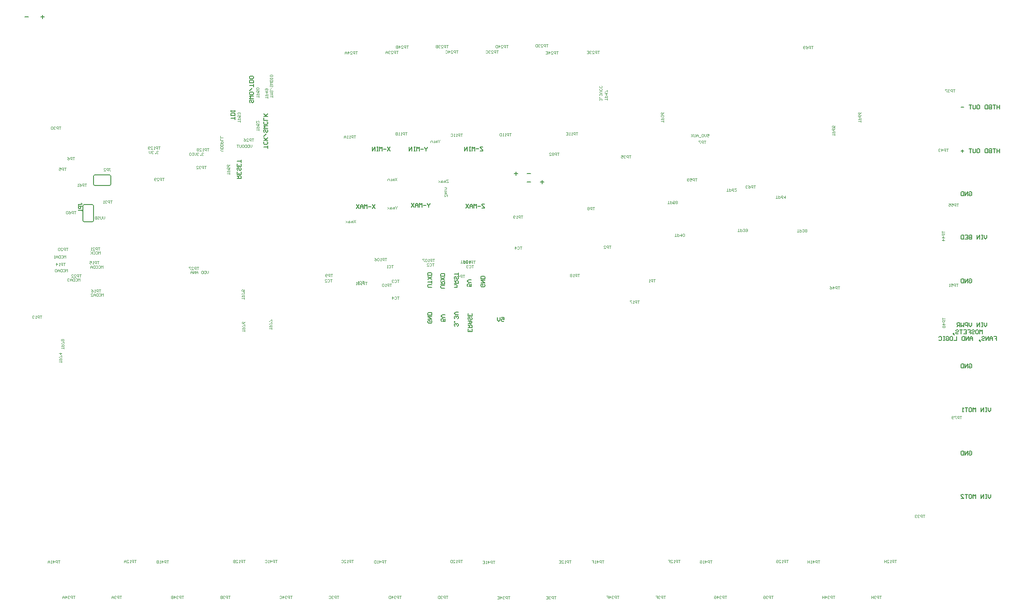
<source format=gbo>
G04*
G04 #@! TF.GenerationSoftware,Altium Limited,Altium Designer,19.0.12 (326)*
G04*
G04 Layer_Color=32896*
%FSLAX25Y25*%
%MOIN*%
G70*
G01*
G75*
%ADD15C,0.00800*%
%ADD18C,0.00400*%
%ADD19C,0.00500*%
%ADD27C,0.00600*%
G54D15*
X24606Y486709D02*
X21940D01*
X23273Y488042D02*
Y485376D01*
X12610Y486709D02*
X9944D01*
G54D18*
X147764Y295390D02*
Y294057D01*
X147097Y293391D01*
X146431Y294057D01*
Y295390D01*
X145764D02*
Y293391D01*
X144765D01*
X144431Y293724D01*
Y295057D01*
X144765Y295390D01*
X145764D01*
X143765D02*
Y293391D01*
X142765D01*
X142432Y293724D01*
Y295057D01*
X142765Y295390D01*
X143765D01*
X139766Y293391D02*
Y294724D01*
X139100Y295390D01*
X138434Y294724D01*
Y293391D01*
Y294390D01*
X139766D01*
X137767Y293391D02*
Y295390D01*
X136434Y293391D01*
Y295390D01*
X135768Y293391D02*
Y294724D01*
X135101Y295390D01*
X134435Y294724D01*
Y293391D01*
Y294390D01*
X135768D01*
X443380Y423774D02*
X443713Y424107D01*
Y424774D01*
X443380Y425107D01*
X443047D01*
X442714Y424774D01*
Y424440D01*
Y424774D01*
X442381Y425107D01*
X442047D01*
X441714Y424774D01*
Y424107D01*
X442047Y423774D01*
X441714Y425773D02*
X442047D01*
Y426107D01*
X441714D01*
Y425773D01*
X443380Y427439D02*
X443713Y427773D01*
Y428439D01*
X443380Y428772D01*
X443047D01*
X442714Y428439D01*
Y428106D01*
Y428439D01*
X442381Y428772D01*
X442047D01*
X441714Y428439D01*
Y427773D01*
X442047Y427439D01*
X443713Y429439D02*
X442381D01*
X441714Y430105D01*
X442381Y430772D01*
X443713D01*
X443380Y432771D02*
X443713Y432438D01*
Y431771D01*
X443380Y431438D01*
X442047D01*
X441714Y431771D01*
Y432438D01*
X442047Y432771D01*
X443380Y434770D02*
X443713Y434437D01*
Y433771D01*
X443380Y433437D01*
X442047D01*
X441714Y433771D01*
Y434437D01*
X442047Y434770D01*
X522749Y398473D02*
X524082D01*
Y397474D01*
X523416Y397807D01*
X523082D01*
X522749Y397474D01*
Y396807D01*
X523082Y396474D01*
X523749D01*
X524082Y396807D01*
X522083Y398473D02*
Y397141D01*
X521416Y396474D01*
X520750Y397141D01*
Y398473D01*
X520083Y398140D02*
X519750Y398473D01*
X519084D01*
X518750Y398140D01*
Y396807D01*
X519084Y396474D01*
X519750D01*
X520083Y396807D01*
Y398140D01*
X518084Y396141D02*
X516751D01*
X516085Y396474D02*
Y397807D01*
X515418Y398473D01*
X514752Y397807D01*
Y396474D01*
Y397474D01*
X516085D01*
X514085Y398473D02*
Y396807D01*
X513752Y396474D01*
X513086D01*
X512752Y396807D01*
Y398473D01*
X512086D02*
X510753Y396474D01*
Y398473D02*
X512086Y396474D01*
X383591Y313599D02*
X382258D01*
X382924D01*
Y311599D01*
X380258Y313265D02*
X380592Y313599D01*
X381258D01*
X381591Y313265D01*
Y311932D01*
X381258Y311599D01*
X380592D01*
X380258Y311932D01*
X378592Y311599D02*
Y313599D01*
X379592Y312599D01*
X378259D01*
X347272Y299721D02*
X345939D01*
X346605D01*
Y297721D01*
X343939Y299388D02*
X344273Y299721D01*
X344939D01*
X345272Y299388D01*
Y298055D01*
X344939Y297721D01*
X344273D01*
X343939Y298055D01*
X343273Y299388D02*
X342940Y299721D01*
X342273D01*
X341940Y299388D01*
Y299054D01*
X342273Y298721D01*
X342606D01*
X342273D01*
X341940Y298388D01*
Y298055D01*
X342273Y297721D01*
X342940D01*
X343273Y298055D01*
X286937Y299918D02*
X285604D01*
X286271D01*
Y297918D01*
X283605Y299584D02*
X283938Y299918D01*
X284604D01*
X284938Y299584D01*
Y298251D01*
X284604Y297918D01*
X283938D01*
X283605Y298251D01*
X282938Y297918D02*
X282272D01*
X282605D01*
Y299918D01*
X282938Y299584D01*
X291071Y276197D02*
X289738D01*
X290404D01*
Y274198D01*
X287739Y275864D02*
X288072Y276197D01*
X288738D01*
X289071Y275864D01*
Y274531D01*
X288738Y274198D01*
X288072D01*
X287739Y274531D01*
X286072Y274198D02*
Y276197D01*
X287072Y275197D01*
X285739D01*
X317646Y301099D02*
X316313D01*
X316979D01*
Y299099D01*
X314313Y300765D02*
X314647Y301099D01*
X315313D01*
X315646Y300765D01*
Y299432D01*
X315313Y299099D01*
X314647D01*
X314313Y299432D01*
X312314Y299099D02*
X313647D01*
X312314Y300432D01*
Y300765D01*
X312647Y301099D01*
X313314D01*
X313647Y300765D01*
X264988Y287713D02*
X263655D01*
X264322D01*
Y285714D01*
X261656Y287380D02*
X261989Y287713D01*
X262656D01*
X262989Y287380D01*
Y286047D01*
X262656Y285714D01*
X261989D01*
X261656Y286047D01*
X260989Y285714D02*
X260323D01*
X260656D01*
Y287713D01*
X260989Y287380D01*
X240874Y289189D02*
X239541D01*
X240208D01*
Y287190D01*
X237542Y288856D02*
X237875Y289189D01*
X238541D01*
X238875Y288856D01*
Y287523D01*
X238541Y287190D01*
X237875D01*
X237542Y287523D01*
X235542Y287190D02*
X236875D01*
X235542Y288523D01*
Y288856D01*
X235876Y289189D01*
X236542D01*
X236875Y288856D01*
X291071Y288599D02*
X289738D01*
X290404D01*
Y286599D01*
X287739Y288265D02*
X288072Y288599D01*
X288738D01*
X289071Y288265D01*
Y286932D01*
X288738Y286599D01*
X288072D01*
X287739Y286932D01*
X287072Y288265D02*
X286739Y288599D01*
X286072D01*
X285739Y288265D01*
Y287932D01*
X286072Y287599D01*
X286406D01*
X286072D01*
X285739Y287266D01*
Y286932D01*
X286072Y286599D01*
X286739D01*
X287072Y286932D01*
X69784Y336414D02*
Y335081D01*
X69117Y334414D01*
X68451Y335081D01*
Y336414D01*
X67784D02*
Y334747D01*
X67451Y334414D01*
X66784D01*
X66451Y334747D01*
Y336414D01*
X64452Y336080D02*
X64785Y336414D01*
X65452D01*
X65785Y336080D01*
Y335747D01*
X65452Y335414D01*
X64785D01*
X64452Y335081D01*
Y334747D01*
X64785Y334414D01*
X65452D01*
X65785Y334747D01*
X63785Y336414D02*
Y334414D01*
X62786D01*
X62453Y334747D01*
Y335081D01*
X62786Y335414D01*
X63785D01*
X62786D01*
X62453Y335747D01*
Y336080D01*
X62786Y336414D01*
X63785D01*
X66563Y308056D02*
Y310055D01*
X65896Y309389D01*
X65230Y310055D01*
Y308056D01*
X63231Y309722D02*
X63564Y310055D01*
X64230D01*
X64564Y309722D01*
Y308389D01*
X64230Y308056D01*
X63564D01*
X63231Y308389D01*
X61231Y309722D02*
X61565Y310055D01*
X62231D01*
X62564Y309722D01*
Y308389D01*
X62231Y308056D01*
X61565D01*
X61231Y308389D01*
X60565Y310055D02*
Y308056D01*
Y308722D01*
X59232Y310055D01*
X60232Y309056D01*
X59232Y308056D01*
X68433Y297328D02*
Y299327D01*
X67767Y298660D01*
X67100Y299327D01*
Y297328D01*
X65101Y298994D02*
X65434Y299327D01*
X66101D01*
X66434Y298994D01*
Y297661D01*
X66101Y297328D01*
X65434D01*
X65101Y297661D01*
X63102Y298994D02*
X63435Y299327D01*
X64101D01*
X64434Y298994D01*
Y297661D01*
X64101Y297328D01*
X63435D01*
X63102Y297661D01*
X62435Y299327D02*
Y297328D01*
X61435D01*
X61102Y297661D01*
Y298994D01*
X61435Y299327D01*
X62435D01*
X60436Y297328D02*
Y298660D01*
X59769Y299327D01*
X59103Y298660D01*
Y297328D01*
Y298327D01*
X60436D01*
X40382Y305202D02*
Y307201D01*
X39715Y306535D01*
X39049Y307201D01*
Y305202D01*
X37050Y306868D02*
X37383Y307201D01*
X38049D01*
X38383Y306868D01*
Y305535D01*
X38049Y305202D01*
X37383D01*
X37050Y305535D01*
X36383Y307201D02*
Y305202D01*
X35383D01*
X35050Y305535D01*
Y306868D01*
X35383Y307201D01*
X36383D01*
X34384Y305202D02*
Y306535D01*
X33717Y307201D01*
X33051Y306535D01*
Y305202D01*
Y306201D01*
X34384D01*
X32384Y305202D02*
X31718D01*
X32051D01*
Y307201D01*
X32384Y306868D01*
X41858Y294867D02*
Y296866D01*
X41192Y296200D01*
X40525Y296866D01*
Y294867D01*
X38526Y296533D02*
X38859Y296866D01*
X39526D01*
X39859Y296533D01*
Y295200D01*
X39526Y294867D01*
X38859D01*
X38526Y295200D01*
X37860Y296866D02*
Y294867D01*
X36860D01*
X36527Y295200D01*
Y296533D01*
X36860Y296866D01*
X37860D01*
X35860Y294867D02*
Y296200D01*
X35194Y296866D01*
X34527Y296200D01*
Y294867D01*
Y295867D01*
X35860D01*
X33861Y296533D02*
X33528Y296866D01*
X32861D01*
X32528Y296533D01*
Y295200D01*
X32861Y294867D01*
X33528D01*
X33861Y295200D01*
Y296533D01*
X51209Y287879D02*
Y289878D01*
X50542Y289212D01*
X49876Y289878D01*
Y287879D01*
X47876Y289545D02*
X48210Y289878D01*
X48876D01*
X49209Y289545D01*
Y288212D01*
X48876Y287879D01*
X48210D01*
X47876Y288212D01*
X47210Y289878D02*
Y287879D01*
X46210D01*
X45877Y288212D01*
Y289545D01*
X46210Y289878D01*
X47210D01*
X45211Y287879D02*
Y289212D01*
X44544Y289878D01*
X43878Y289212D01*
Y287879D01*
Y288878D01*
X45211D01*
X43211Y289545D02*
X42878Y289878D01*
X42212D01*
X41878Y289545D01*
Y289212D01*
X42212Y288878D01*
X42545D01*
X42212D01*
X41878Y288545D01*
Y288212D01*
X42212Y287879D01*
X42878D01*
X43211Y288212D01*
X68827Y276363D02*
Y278362D01*
X68160Y277696D01*
X67494Y278362D01*
Y276363D01*
X65495Y278029D02*
X65828Y278362D01*
X66494D01*
X66827Y278029D01*
Y276696D01*
X66494Y276363D01*
X65828D01*
X65495Y276696D01*
X64828Y278362D02*
Y276363D01*
X63828D01*
X63495Y276696D01*
Y278029D01*
X63828Y278362D01*
X64828D01*
X62829Y276363D02*
Y277696D01*
X62162Y278362D01*
X61496Y277696D01*
Y276363D01*
Y277363D01*
X62829D01*
X59496Y276363D02*
X60829D01*
X59496Y277696D01*
Y278029D01*
X59830Y278362D01*
X60496D01*
X60829Y278029D01*
X110067Y385313D02*
X109734Y385646D01*
X109067D01*
X108734Y385313D01*
Y384979D01*
X109067Y384646D01*
X109400D01*
X109067D01*
X108734Y384313D01*
Y383980D01*
X109067Y383646D01*
X109734D01*
X110067Y383980D01*
X108068Y383646D02*
Y383980D01*
X107734D01*
Y383646D01*
X108068D01*
X106401Y385313D02*
X106068Y385646D01*
X105402D01*
X105069Y385313D01*
Y384979D01*
X105402Y384646D01*
X105735D01*
X105402D01*
X105069Y384313D01*
Y383980D01*
X105402Y383646D01*
X106068D01*
X106401Y383980D01*
X104402Y385646D02*
Y384313D01*
X103736Y383646D01*
X103069Y384313D01*
Y385646D01*
X144291Y384210D02*
X143958Y384543D01*
X143292D01*
X142958Y384210D01*
Y383877D01*
X143292Y383544D01*
X143625D01*
X143292D01*
X142958Y383210D01*
Y382877D01*
X143292Y382544D01*
X143958D01*
X144291Y382877D01*
X142292Y382544D02*
Y382877D01*
X141959D01*
Y382544D01*
X142292D01*
X140626Y384210D02*
X140293Y384543D01*
X139626D01*
X139293Y384210D01*
Y383877D01*
X139626Y383544D01*
X139959D01*
X139626D01*
X139293Y383210D01*
Y382877D01*
X139626Y382544D01*
X140293D01*
X140626Y382877D01*
X138627Y384543D02*
Y383210D01*
X137960Y382544D01*
X137294Y383210D01*
Y384543D01*
X136627D02*
X135961D01*
X136294D01*
Y382544D01*
X136627D01*
X135961D01*
X133961Y384543D02*
X134628D01*
X134961Y384210D01*
Y382877D01*
X134628Y382544D01*
X133961D01*
X133628Y382877D01*
Y384210D01*
X133961Y384543D01*
X158889Y385694D02*
X157556D01*
X156890Y386360D01*
X157556Y387027D01*
X158889D01*
Y387693D02*
X156890D01*
Y388693D01*
X157223Y389026D01*
X158556D01*
X158889Y388693D01*
Y387693D01*
Y389692D02*
X156890D01*
Y390692D01*
X157223Y391025D01*
X158556D01*
X158889Y390692D01*
Y389692D01*
X156890Y391692D02*
X158889D01*
Y392691D01*
X158556Y393025D01*
X157889D01*
X157556Y392691D01*
Y391692D01*
X158889Y393691D02*
X156890D01*
Y395024D01*
X158889Y395690D02*
X156890D01*
Y397023D01*
X180570Y390517D02*
Y389184D01*
X179903Y388518D01*
X179237Y389184D01*
Y390517D01*
X178571D02*
Y388518D01*
X177571D01*
X177238Y388851D01*
Y390184D01*
X177571Y390517D01*
X178571D01*
X176571D02*
Y388518D01*
X175572D01*
X175238Y388851D01*
Y390184D01*
X175572Y390517D01*
X176571D01*
X173572D02*
X174239D01*
X174572Y390184D01*
Y388851D01*
X174239Y388518D01*
X173572D01*
X173239Y388851D01*
Y390184D01*
X173572Y390517D01*
X172573D02*
Y388851D01*
X172239Y388518D01*
X171573D01*
X171240Y388851D01*
Y390517D01*
X170573D02*
X169240D01*
X169907D01*
Y388518D01*
X328177Y364189D02*
X326844D01*
Y363856D01*
X328177Y362523D01*
Y362190D01*
X326844D01*
X326178D02*
Y363523D01*
X325845D01*
X325511Y363190D01*
Y362190D01*
Y363190D01*
X325178Y363523D01*
X324845Y363190D01*
Y362190D01*
X323845Y363523D02*
X323179D01*
X322846Y363190D01*
Y362190D01*
X323845D01*
X324179Y362523D01*
X323845Y362856D01*
X322846D01*
X322179Y363523D02*
X320846Y362190D01*
X321513Y362856D01*
X320846Y363523D01*
X322179Y362190D01*
X327491Y351343D02*
Y352676D01*
X327158D01*
X325825Y351343D01*
X325492D01*
Y352676D01*
Y353343D02*
X326825D01*
Y353676D01*
X326492Y354009D01*
X325492D01*
X326492D01*
X326825Y354342D01*
X326492Y354676D01*
X325492D01*
Y355342D02*
Y356009D01*
Y355675D01*
X326825D01*
Y355342D01*
X325492Y357008D02*
X326825D01*
Y358008D01*
X326492Y358341D01*
X325492D01*
X289890Y344110D02*
Y343777D01*
X289223Y343111D01*
X288557Y343777D01*
Y344110D01*
X289223Y343111D02*
Y342111D01*
X287890D02*
Y343444D01*
X287557D01*
X287224Y343111D01*
Y342111D01*
Y343111D01*
X286891Y343444D01*
X286558Y343111D01*
Y342111D01*
X285558Y343444D02*
X284891D01*
X284558Y343111D01*
Y342111D01*
X285558D01*
X285891Y342444D01*
X285558Y342777D01*
X284558D01*
X283892Y343444D02*
X282559Y342111D01*
X283225Y342777D01*
X282559Y343444D01*
X283892Y342111D01*
X321976Y394012D02*
Y393679D01*
X321310Y393012D01*
X320643Y393679D01*
Y394012D01*
X321310Y393012D02*
Y392013D01*
X319977D02*
Y393346D01*
X319644D01*
X319311Y393012D01*
Y392013D01*
Y393012D01*
X318977Y393346D01*
X318644Y393012D01*
Y392013D01*
X317978D02*
X317311D01*
X317645D01*
Y393346D01*
X317978D01*
X316312Y392013D02*
Y393346D01*
X315312D01*
X314979Y393012D01*
Y392013D01*
X258591Y333874D02*
X257258Y331875D01*
Y333874D02*
X258591Y331875D01*
X256591D02*
Y333208D01*
X256258D01*
X255925Y332874D01*
Y331875D01*
Y332874D01*
X255592Y333208D01*
X255258Y332874D01*
Y331875D01*
X254259Y333208D02*
X253592D01*
X253259Y332874D01*
Y331875D01*
X254259D01*
X254592Y332208D01*
X254259Y332541D01*
X253259D01*
X252592Y333208D02*
X251260Y331875D01*
X251926Y332541D01*
X251260Y333208D01*
X252592Y331875D01*
X289398Y365567D02*
X288065Y363568D01*
Y365567D02*
X289398Y363568D01*
X287398D02*
Y364901D01*
X287065D01*
X286732Y364567D01*
Y363568D01*
Y364567D01*
X286399Y364901D01*
X286065Y364567D01*
Y363568D01*
X285399D02*
X284733D01*
X285066D01*
Y364901D01*
X285399D01*
X283733Y363568D02*
Y364901D01*
X282733D01*
X282400Y364567D01*
Y363568D01*
X196297Y426114D02*
Y427447D01*
Y426781D01*
X194298D01*
Y428113D02*
X196297D01*
X195631Y428780D01*
X196297Y429446D01*
X194298D01*
X195964Y431446D02*
X196297Y431112D01*
Y430446D01*
X195964Y430113D01*
X195631D01*
X195298Y430446D01*
Y431112D01*
X194965Y431446D01*
X194631D01*
X194298Y431112D01*
Y430446D01*
X194631Y430113D01*
X194298Y432112D02*
X195631Y433445D01*
X195964Y435444D02*
X196297Y435111D01*
Y434445D01*
X195964Y434111D01*
X195631D01*
X195298Y434445D01*
Y435111D01*
X194965Y435444D01*
X194631D01*
X194298Y435111D01*
Y434445D01*
X194631Y434111D01*
X196297Y436111D02*
X194298D01*
X194965Y436777D01*
X194298Y437444D01*
X196297D01*
Y438110D02*
X194298D01*
Y439110D01*
X194631Y439443D01*
X195964D01*
X196297Y439110D01*
Y438110D01*
Y440109D02*
Y440776D01*
Y440443D01*
X194298D01*
Y440109D01*
Y440776D01*
X196297Y442775D02*
Y442109D01*
X195964Y441776D01*
X194631D01*
X194298Y442109D01*
Y442775D01*
X194631Y443109D01*
X195964D01*
X196297Y442775D01*
X410748Y460795D02*
X409415D01*
X410081D01*
Y458796D01*
X408749D02*
Y460795D01*
X407749D01*
X407416Y460462D01*
Y459796D01*
X407749Y459462D01*
X408749D01*
X405416Y458796D02*
X406749D01*
X405416Y460129D01*
Y460462D01*
X405750Y460795D01*
X406416D01*
X406749Y460462D01*
X403750Y458796D02*
Y460795D01*
X404750Y459796D01*
X403417D01*
X401418Y460795D02*
X402751D01*
Y458796D01*
X401418D01*
X402751Y459796D02*
X402084D01*
X373074Y465475D02*
X371741D01*
X372408D01*
Y463476D01*
X371075D02*
Y465475D01*
X370075D01*
X369742Y465142D01*
Y464476D01*
X370075Y464143D01*
X371075D01*
X367742Y463476D02*
X369075D01*
X367742Y464809D01*
Y465142D01*
X368076Y465475D01*
X368742D01*
X369075Y465142D01*
X366076Y463476D02*
Y465475D01*
X367076Y464476D01*
X365743D01*
X365077Y465475D02*
Y463476D01*
X364077D01*
X363744Y463809D01*
Y465142D01*
X364077Y465475D01*
X365077D01*
X335634Y461341D02*
X334301D01*
X334967D01*
Y459342D01*
X333635D02*
Y461341D01*
X332635D01*
X332302Y461008D01*
Y460342D01*
X332635Y460008D01*
X333635D01*
X330302Y459342D02*
X331635D01*
X330302Y460675D01*
Y461008D01*
X330636Y461341D01*
X331302D01*
X331635Y461008D01*
X328636Y459342D02*
Y461341D01*
X329636Y460342D01*
X328303D01*
X326304Y461008D02*
X326637Y461341D01*
X327303D01*
X327637Y461008D01*
Y459675D01*
X327303Y459342D01*
X326637D01*
X326304Y459675D01*
X298272Y465007D02*
X296939D01*
X297605D01*
Y463008D01*
X296273D02*
Y465007D01*
X295273D01*
X294940Y464674D01*
Y464008D01*
X295273Y463674D01*
X296273D01*
X292940Y463008D02*
X294273D01*
X292940Y464341D01*
Y464674D01*
X293274Y465007D01*
X293940D01*
X294273Y464674D01*
X291274Y463008D02*
Y465007D01*
X292274Y464008D01*
X290941D01*
X290275Y465007D02*
Y463008D01*
X289275D01*
X288942Y463341D01*
Y463674D01*
X289275Y464008D01*
X290275D01*
X289275D01*
X288942Y464341D01*
Y464674D01*
X289275Y465007D01*
X290275D01*
X259740Y460873D02*
X258407D01*
X259073D01*
Y458874D01*
X257741D02*
Y460873D01*
X256741D01*
X256408Y460540D01*
Y459874D01*
X256741Y459540D01*
X257741D01*
X254408Y458874D02*
X255741D01*
X254408Y460207D01*
Y460540D01*
X254742Y460873D01*
X255408D01*
X255741Y460540D01*
X252742Y458874D02*
Y460873D01*
X253742Y459874D01*
X252409D01*
X251743Y458874D02*
Y460207D01*
X251076Y460873D01*
X250410Y460207D01*
Y458874D01*
Y459874D01*
X251743D01*
X441792Y461185D02*
X440459D01*
X441126D01*
Y459186D01*
X439793D02*
Y461185D01*
X438793D01*
X438460Y460852D01*
Y460186D01*
X438793Y459853D01*
X439793D01*
X436460Y459186D02*
X437793D01*
X436460Y460519D01*
Y460852D01*
X436794Y461185D01*
X437460D01*
X437793Y460852D01*
X435794D02*
X435461Y461185D01*
X434794D01*
X434461Y460852D01*
Y460519D01*
X434794Y460186D01*
X435127D01*
X434794D01*
X434461Y459853D01*
Y459519D01*
X434794Y459186D01*
X435461D01*
X435794Y459519D01*
X432462Y461185D02*
X433795D01*
Y459186D01*
X432462D01*
X433795Y460186D02*
X433128D01*
X403182Y466099D02*
X401849D01*
X402516D01*
Y464100D01*
X401183D02*
Y466099D01*
X400183D01*
X399850Y465766D01*
Y465100D01*
X400183Y464766D01*
X401183D01*
X397850Y464100D02*
X399183D01*
X397850Y465433D01*
Y465766D01*
X398184Y466099D01*
X398850D01*
X399183Y465766D01*
X397184D02*
X396851Y466099D01*
X396184D01*
X395851Y465766D01*
Y465433D01*
X396184Y465100D01*
X396517D01*
X396184D01*
X395851Y464766D01*
Y464433D01*
X396184Y464100D01*
X396851D01*
X397184Y464433D01*
X395185Y466099D02*
Y464100D01*
X394185D01*
X393852Y464433D01*
Y465766D01*
X394185Y466099D01*
X395185D01*
X365976Y461263D02*
X364643D01*
X365310D01*
Y459264D01*
X363977D02*
Y461263D01*
X362977D01*
X362644Y460930D01*
Y460264D01*
X362977Y459931D01*
X363977D01*
X360644Y459264D02*
X361977D01*
X360644Y460597D01*
Y460930D01*
X360978Y461263D01*
X361644D01*
X361977Y460930D01*
X359978D02*
X359645Y461263D01*
X358978D01*
X358645Y460930D01*
Y460597D01*
X358978Y460264D01*
X359312D01*
X358978D01*
X358645Y459931D01*
Y459597D01*
X358978Y459264D01*
X359645D01*
X359978Y459597D01*
X356646Y460930D02*
X356979Y461263D01*
X357645D01*
X357979Y460930D01*
Y459597D01*
X357645Y459264D01*
X356979D01*
X356646Y459597D01*
X328146Y465319D02*
X326813D01*
X327480D01*
Y463320D01*
X326147D02*
Y465319D01*
X325147D01*
X324814Y464986D01*
Y464320D01*
X325147Y463986D01*
X326147D01*
X322814Y463320D02*
X324147D01*
X322814Y464653D01*
Y464986D01*
X323148Y465319D01*
X323814D01*
X324147Y464986D01*
X322148D02*
X321815Y465319D01*
X321148D01*
X320815Y464986D01*
Y464653D01*
X321148Y464320D01*
X321481D01*
X321148D01*
X320815Y463986D01*
Y463653D01*
X321148Y463320D01*
X321815D01*
X322148Y463653D01*
X320149Y465319D02*
Y463320D01*
X319149D01*
X318816Y463653D01*
Y463986D01*
X319149Y464320D01*
X320149D01*
X319149D01*
X318816Y464653D01*
Y464986D01*
X319149Y465319D01*
X320149D01*
X290550Y461029D02*
X289217D01*
X289884D01*
Y459030D01*
X288551D02*
Y461029D01*
X287551D01*
X287218Y460696D01*
Y460030D01*
X287551Y459696D01*
X288551D01*
X285218Y459030D02*
X286551D01*
X285218Y460363D01*
Y460696D01*
X285552Y461029D01*
X286218D01*
X286551Y460696D01*
X284552D02*
X284219Y461029D01*
X283552D01*
X283219Y460696D01*
Y460363D01*
X283552Y460030D01*
X283886D01*
X283552D01*
X283219Y459696D01*
Y459363D01*
X283552Y459030D01*
X284219D01*
X284552Y459363D01*
X282553Y459030D02*
Y460363D01*
X281886Y461029D01*
X281220Y460363D01*
Y459030D01*
Y460030D01*
X282553D01*
X425646Y399877D02*
X424313D01*
X424980D01*
Y397878D01*
X423647D02*
Y399877D01*
X422647D01*
X422314Y399544D01*
Y398878D01*
X422647Y398545D01*
X423647D01*
X421647Y397878D02*
X420981D01*
X421314D01*
Y399877D01*
X421647Y399544D01*
X419981Y397878D02*
X419315D01*
X419648D01*
Y399877D01*
X419981Y399544D01*
X416982Y399877D02*
X418315D01*
Y397878D01*
X416982D01*
X418315Y398878D02*
X417649D01*
X375648Y399175D02*
X374315D01*
X374982D01*
Y397176D01*
X373649D02*
Y399175D01*
X372649D01*
X372316Y398842D01*
Y398176D01*
X372649Y397843D01*
X373649D01*
X371649Y397176D02*
X370983D01*
X371316D01*
Y399175D01*
X371649Y398842D01*
X369983Y397176D02*
X369317D01*
X369650D01*
Y399175D01*
X369983Y398842D01*
X368317Y399175D02*
Y397176D01*
X367317D01*
X366984Y397509D01*
Y398842D01*
X367317Y399175D01*
X368317D01*
X338988Y398785D02*
X337655D01*
X338321D01*
Y396786D01*
X336989D02*
Y398785D01*
X335989D01*
X335656Y398452D01*
Y397786D01*
X335989Y397452D01*
X336989D01*
X334989Y396786D02*
X334323D01*
X334656D01*
Y398785D01*
X334989Y398452D01*
X333323Y396786D02*
X332657D01*
X332990D01*
Y398785D01*
X333323Y398452D01*
X330324D02*
X330657Y398785D01*
X331324D01*
X331657Y398452D01*
Y397119D01*
X331324Y396786D01*
X330657D01*
X330324Y397119D01*
X297102Y399799D02*
X295769D01*
X296436D01*
Y397800D01*
X295103D02*
Y399799D01*
X294103D01*
X293770Y399466D01*
Y398800D01*
X294103Y398466D01*
X295103D01*
X293103Y397800D02*
X292437D01*
X292770D01*
Y399799D01*
X293103Y399466D01*
X291437Y397800D02*
X290771D01*
X291104D01*
Y399799D01*
X291437Y399466D01*
X289771Y399799D02*
Y397800D01*
X288771D01*
X288438Y398133D01*
Y398466D01*
X288771Y398800D01*
X289771D01*
X288771D01*
X288438Y399133D01*
Y399466D01*
X288771Y399799D01*
X289771D01*
X258492Y397381D02*
X257159D01*
X257826D01*
Y395382D01*
X256493D02*
Y397381D01*
X255493D01*
X255160Y397048D01*
Y396382D01*
X255493Y396048D01*
X256493D01*
X254493Y395382D02*
X253827D01*
X254160D01*
Y397381D01*
X254493Y397048D01*
X252827Y395382D02*
X252161D01*
X252494D01*
Y397381D01*
X252827Y397048D01*
X251161Y395382D02*
Y396715D01*
X250495Y397381D01*
X249828Y396715D01*
Y395382D01*
Y396382D01*
X251161D01*
X607700Y77499D02*
X606367D01*
X607034D01*
Y75500D01*
X605701D02*
Y77499D01*
X604701D01*
X604368Y77166D01*
Y76500D01*
X604701Y76166D01*
X605701D01*
X602702Y75500D02*
Y77499D01*
X603701Y76500D01*
X602368D01*
X601702Y75500D02*
X601035D01*
X601369D01*
Y77499D01*
X601702Y77166D01*
X600036Y77499D02*
Y75500D01*
Y76500D01*
X598703D01*
Y77499D01*
Y75500D01*
X526400Y77499D02*
X525067D01*
X525734D01*
Y75500D01*
X524401D02*
Y77499D01*
X523401D01*
X523068Y77166D01*
Y76500D01*
X523401Y76166D01*
X524401D01*
X521402Y75500D02*
Y77499D01*
X522401Y76500D01*
X521068D01*
X520402Y75500D02*
X519735D01*
X520069D01*
Y77499D01*
X520402Y77166D01*
X517403D02*
X517736Y77499D01*
X518403D01*
X518736Y77166D01*
Y75833D01*
X518403Y75500D01*
X517736D01*
X517403Y75833D01*
Y76500D01*
X518069D01*
X445100Y77499D02*
X443767D01*
X444434D01*
Y75500D01*
X443101D02*
Y77499D01*
X442101D01*
X441768Y77166D01*
Y76500D01*
X442101Y76166D01*
X443101D01*
X440102Y75500D02*
Y77499D01*
X441101Y76500D01*
X439768D01*
X439102Y75500D02*
X438436D01*
X438769D01*
Y77499D01*
X439102Y77166D01*
X436103Y77499D02*
X437436D01*
Y76500D01*
X436769D01*
X437436D01*
Y75500D01*
X363100Y77199D02*
X361767D01*
X362434D01*
Y75200D01*
X361101D02*
Y77199D01*
X360101D01*
X359768Y76866D01*
Y76200D01*
X360101Y75866D01*
X361101D01*
X358102Y75200D02*
Y77199D01*
X359101Y76200D01*
X357768D01*
X357102Y75200D02*
X356435D01*
X356769D01*
Y77199D01*
X357102Y76866D01*
X354103Y77199D02*
X355436D01*
Y75200D01*
X354103D01*
X355436Y76200D02*
X354769D01*
X281500Y77499D02*
X280167D01*
X280834D01*
Y75500D01*
X279501D02*
Y77499D01*
X278501D01*
X278168Y77166D01*
Y76500D01*
X278501Y76166D01*
X279501D01*
X276502Y75500D02*
Y77499D01*
X277501Y76500D01*
X276168D01*
X275502Y75500D02*
X274835D01*
X275169D01*
Y77499D01*
X275502Y77166D01*
X273836Y77499D02*
Y75500D01*
X272836D01*
X272503Y75833D01*
Y77166D01*
X272836Y77499D01*
X273836D01*
X199500Y77599D02*
X198167D01*
X198834D01*
Y75600D01*
X197501D02*
Y77599D01*
X196501D01*
X196168Y77266D01*
Y76600D01*
X196501Y76266D01*
X197501D01*
X194502Y75600D02*
Y77599D01*
X195501Y76600D01*
X194168D01*
X193502Y75600D02*
X192835D01*
X193169D01*
Y77599D01*
X193502Y77266D01*
X190503D02*
X190836Y77599D01*
X191503D01*
X191836Y77266D01*
Y75933D01*
X191503Y75600D01*
X190836D01*
X190503Y75933D01*
X117900Y77499D02*
X116567D01*
X117234D01*
Y75500D01*
X115901D02*
Y77499D01*
X114901D01*
X114568Y77166D01*
Y76500D01*
X114901Y76166D01*
X115901D01*
X112902Y75500D02*
Y77499D01*
X113901Y76500D01*
X112568D01*
X111902Y75500D02*
X111235D01*
X111569D01*
Y77499D01*
X111902Y77166D01*
X110236Y77499D02*
Y75500D01*
X109236D01*
X108903Y75833D01*
Y76166D01*
X109236Y76500D01*
X110236D01*
X109236D01*
X108903Y76833D01*
Y77166D01*
X109236Y77499D01*
X110236D01*
X36200D02*
X34867D01*
X35534D01*
Y75500D01*
X34201D02*
Y77499D01*
X33201D01*
X32868Y77166D01*
Y76500D01*
X33201Y76166D01*
X34201D01*
X31202Y75500D02*
Y77499D01*
X32201Y76500D01*
X30868D01*
X30202Y75500D02*
X29535D01*
X29869D01*
Y77499D01*
X30202Y77166D01*
X28536Y75500D02*
Y76833D01*
X27869Y77499D01*
X27203Y76833D01*
Y75500D01*
Y76500D01*
X28536D01*
X619000Y50599D02*
X617667D01*
X618334D01*
Y48600D01*
X617001D02*
Y50599D01*
X616001D01*
X615668Y50266D01*
Y49600D01*
X616001Y49266D01*
X617001D01*
X615001Y50266D02*
X614668Y50599D01*
X614002D01*
X613668Y50266D01*
Y49933D01*
X614002Y49600D01*
X614335D01*
X614002D01*
X613668Y49266D01*
Y48933D01*
X614002Y48600D01*
X614668D01*
X615001Y48933D01*
X612002Y48600D02*
Y50599D01*
X613002Y49600D01*
X611669D01*
X611003Y50599D02*
Y48600D01*
Y49600D01*
X609670D01*
Y50599D01*
Y48600D01*
X537700Y50599D02*
X536367D01*
X537034D01*
Y48600D01*
X535701D02*
Y50599D01*
X534701D01*
X534368Y50266D01*
Y49600D01*
X534701Y49266D01*
X535701D01*
X533701Y50266D02*
X533368Y50599D01*
X532702D01*
X532368Y50266D01*
Y49933D01*
X532702Y49600D01*
X533035D01*
X532702D01*
X532368Y49266D01*
Y48933D01*
X532702Y48600D01*
X533368D01*
X533701Y48933D01*
X530702Y48600D02*
Y50599D01*
X531702Y49600D01*
X530369D01*
X528370Y50266D02*
X528703Y50599D01*
X529369D01*
X529703Y50266D01*
Y48933D01*
X529369Y48600D01*
X528703D01*
X528370Y48933D01*
Y49600D01*
X529036D01*
X456400Y50599D02*
X455067D01*
X455734D01*
Y48600D01*
X454401D02*
Y50599D01*
X453401D01*
X453068Y50266D01*
Y49600D01*
X453401Y49266D01*
X454401D01*
X452401Y50266D02*
X452068Y50599D01*
X451402D01*
X451068Y50266D01*
Y49933D01*
X451402Y49600D01*
X451735D01*
X451402D01*
X451068Y49266D01*
Y48933D01*
X451402Y48600D01*
X452068D01*
X452401Y48933D01*
X449402Y48600D02*
Y50599D01*
X450402Y49600D01*
X449069D01*
X447070Y50599D02*
X448403D01*
Y49600D01*
X447736D01*
X448403D01*
Y48600D01*
X374400Y50299D02*
X373067D01*
X373734D01*
Y48300D01*
X372401D02*
Y50299D01*
X371401D01*
X371068Y49966D01*
Y49300D01*
X371401Y48966D01*
X372401D01*
X370401Y49966D02*
X370068Y50299D01*
X369402D01*
X369068Y49966D01*
Y49633D01*
X369402Y49300D01*
X369735D01*
X369402D01*
X369068Y48966D01*
Y48633D01*
X369402Y48300D01*
X370068D01*
X370401Y48633D01*
X367402Y48300D02*
Y50299D01*
X368402Y49300D01*
X367069D01*
X365070Y50299D02*
X366403D01*
Y48300D01*
X365070D01*
X366403Y49300D02*
X365736D01*
X292900Y50599D02*
X291567D01*
X292234D01*
Y48600D01*
X290901D02*
Y50599D01*
X289901D01*
X289568Y50266D01*
Y49600D01*
X289901Y49266D01*
X290901D01*
X288901Y50266D02*
X288568Y50599D01*
X287902D01*
X287568Y50266D01*
Y49933D01*
X287902Y49600D01*
X288235D01*
X287902D01*
X287568Y49266D01*
Y48933D01*
X287902Y48600D01*
X288568D01*
X288901Y48933D01*
X285902Y48600D02*
Y50599D01*
X286902Y49600D01*
X285569D01*
X284903Y50599D02*
Y48600D01*
X283903D01*
X283570Y48933D01*
Y50266D01*
X283903Y50599D01*
X284903D01*
X210800Y50699D02*
X209467D01*
X210134D01*
Y48700D01*
X208801D02*
Y50699D01*
X207801D01*
X207468Y50366D01*
Y49700D01*
X207801Y49366D01*
X208801D01*
X206801Y50366D02*
X206468Y50699D01*
X205802D01*
X205468Y50366D01*
Y50033D01*
X205802Y49700D01*
X206135D01*
X205802D01*
X205468Y49366D01*
Y49033D01*
X205802Y48700D01*
X206468D01*
X206801Y49033D01*
X203802Y48700D02*
Y50699D01*
X204802Y49700D01*
X203469D01*
X201470Y50366D02*
X201803Y50699D01*
X202469D01*
X202803Y50366D01*
Y49033D01*
X202469Y48700D01*
X201803D01*
X201470Y49033D01*
X129300Y50599D02*
X127967D01*
X128633D01*
Y48600D01*
X127301D02*
Y50599D01*
X126301D01*
X125968Y50266D01*
Y49600D01*
X126301Y49266D01*
X127301D01*
X125301Y50266D02*
X124968Y50599D01*
X124302D01*
X123968Y50266D01*
Y49933D01*
X124302Y49600D01*
X124635D01*
X124302D01*
X123968Y49266D01*
Y48933D01*
X124302Y48600D01*
X124968D01*
X125301Y48933D01*
X122302Y48600D02*
Y50599D01*
X123302Y49600D01*
X121969D01*
X121303Y50599D02*
Y48600D01*
X120303D01*
X119970Y48933D01*
Y49266D01*
X120303Y49600D01*
X121303D01*
X120303D01*
X119970Y49933D01*
Y50266D01*
X120303Y50599D01*
X121303D01*
X47500D02*
X46167D01*
X46834D01*
Y48600D01*
X45501D02*
Y50599D01*
X44501D01*
X44168Y50266D01*
Y49600D01*
X44501Y49266D01*
X45501D01*
X43501Y50266D02*
X43168Y50599D01*
X42502D01*
X42168Y50266D01*
Y49933D01*
X42502Y49600D01*
X42835D01*
X42502D01*
X42168Y49266D01*
Y48933D01*
X42502Y48600D01*
X43168D01*
X43501Y48933D01*
X40502Y48600D02*
Y50599D01*
X41502Y49600D01*
X40169D01*
X39503Y48600D02*
Y49933D01*
X38836Y50599D01*
X38170Y49933D01*
Y48600D01*
Y49600D01*
X39503D01*
X654000Y50599D02*
X652667D01*
X653334D01*
Y48600D01*
X652001D02*
Y50599D01*
X651001D01*
X650668Y50266D01*
Y49600D01*
X651001Y49266D01*
X652001D01*
X650001Y50266D02*
X649668Y50599D01*
X649002D01*
X648668Y50266D01*
Y49933D01*
X649002Y49600D01*
X649335D01*
X649002D01*
X648668Y49266D01*
Y48933D01*
X649002Y48600D01*
X649668D01*
X650001Y48933D01*
X648002Y50599D02*
Y48600D01*
Y49600D01*
X646669D01*
Y50599D01*
Y48600D01*
X572700Y50599D02*
X571367D01*
X572034D01*
Y48600D01*
X570701D02*
Y50599D01*
X569701D01*
X569368Y50266D01*
Y49600D01*
X569701Y49266D01*
X570701D01*
X568701Y50266D02*
X568368Y50599D01*
X567702D01*
X567368Y50266D01*
Y49933D01*
X567702Y49600D01*
X568035D01*
X567702D01*
X567368Y49266D01*
Y48933D01*
X567702Y48600D01*
X568368D01*
X568701Y48933D01*
X565369Y50266D02*
X565702Y50599D01*
X566369D01*
X566702Y50266D01*
Y48933D01*
X566369Y48600D01*
X565702D01*
X565369Y48933D01*
Y49600D01*
X566036D01*
X491400Y50599D02*
X490067D01*
X490734D01*
Y48600D01*
X489401D02*
Y50599D01*
X488401D01*
X488068Y50266D01*
Y49600D01*
X488401Y49266D01*
X489401D01*
X487401Y50266D02*
X487068Y50599D01*
X486402D01*
X486068Y50266D01*
Y49933D01*
X486402Y49600D01*
X486735D01*
X486402D01*
X486068Y49266D01*
Y48933D01*
X486402Y48600D01*
X487068D01*
X487401Y48933D01*
X484069Y50599D02*
X485402D01*
Y49600D01*
X484735D01*
X485402D01*
Y48600D01*
X409300Y50299D02*
X407967D01*
X408634D01*
Y48300D01*
X407301D02*
Y50299D01*
X406301D01*
X405968Y49966D01*
Y49300D01*
X406301Y48966D01*
X407301D01*
X405301Y49966D02*
X404968Y50299D01*
X404302D01*
X403968Y49966D01*
Y49633D01*
X404302Y49300D01*
X404635D01*
X404302D01*
X403968Y48966D01*
Y48633D01*
X404302Y48300D01*
X404968D01*
X405301Y48633D01*
X401969Y50299D02*
X403302D01*
Y48300D01*
X401969D01*
X403302Y49300D02*
X402635D01*
X327800Y50599D02*
X326467D01*
X327134D01*
Y48600D01*
X325801D02*
Y50599D01*
X324801D01*
X324468Y50266D01*
Y49600D01*
X324801Y49266D01*
X325801D01*
X323801Y50266D02*
X323468Y50599D01*
X322802D01*
X322468Y50266D01*
Y49933D01*
X322802Y49600D01*
X323135D01*
X322802D01*
X322468Y49266D01*
Y48933D01*
X322802Y48600D01*
X323468D01*
X323801Y48933D01*
X321802Y50599D02*
Y48600D01*
X320802D01*
X320469Y48933D01*
Y50266D01*
X320802Y50599D01*
X321802D01*
X245800Y50699D02*
X244467D01*
X245134D01*
Y48700D01*
X243801D02*
Y50699D01*
X242801D01*
X242468Y50366D01*
Y49700D01*
X242801Y49366D01*
X243801D01*
X241801Y50366D02*
X241468Y50699D01*
X240802D01*
X240468Y50366D01*
Y50033D01*
X240802Y49700D01*
X241135D01*
X240802D01*
X240468Y49366D01*
Y49033D01*
X240802Y48700D01*
X241468D01*
X241801Y49033D01*
X238469Y50366D02*
X238802Y50699D01*
X239469D01*
X239802Y50366D01*
Y49033D01*
X239469Y48700D01*
X238802D01*
X238469Y49033D01*
X164200Y50599D02*
X162867D01*
X163533D01*
Y48600D01*
X162201D02*
Y50599D01*
X161201D01*
X160868Y50266D01*
Y49600D01*
X161201Y49266D01*
X162201D01*
X160201Y50266D02*
X159868Y50599D01*
X159202D01*
X158868Y50266D01*
Y49933D01*
X159202Y49600D01*
X159535D01*
X159202D01*
X158868Y49266D01*
Y48933D01*
X159202Y48600D01*
X159868D01*
X160201Y48933D01*
X158202Y50599D02*
Y48600D01*
X157202D01*
X156869Y48933D01*
Y49266D01*
X157202Y49600D01*
X158202D01*
X157202D01*
X156869Y49933D01*
Y50266D01*
X157202Y50599D01*
X158202D01*
X82400D02*
X81067D01*
X81734D01*
Y48600D01*
X80401D02*
Y50599D01*
X79401D01*
X79068Y50266D01*
Y49600D01*
X79401Y49266D01*
X80401D01*
X78401Y50266D02*
X78068Y50599D01*
X77402D01*
X77068Y50266D01*
Y49933D01*
X77402Y49600D01*
X77735D01*
X77402D01*
X77068Y49266D01*
Y48933D01*
X77402Y48600D01*
X78068D01*
X78401Y48933D01*
X76402Y48600D02*
Y49933D01*
X75735Y50599D01*
X75069Y49933D01*
Y48600D01*
Y49600D01*
X76402D01*
X686634Y111667D02*
X685301D01*
X685968D01*
Y109668D01*
X684635D02*
Y111667D01*
X683635D01*
X683302Y111334D01*
Y110668D01*
X683635Y110334D01*
X684635D01*
X682635Y111334D02*
X682302Y111667D01*
X681636D01*
X681302Y111334D01*
Y111001D01*
X681636Y110668D01*
X681969D01*
X681636D01*
X681302Y110334D01*
Y110001D01*
X681636Y109668D01*
X682302D01*
X682635Y110001D01*
X680636Y111334D02*
X680303Y111667D01*
X679636D01*
X679303Y111334D01*
Y111001D01*
X679636Y110668D01*
X679970D01*
X679636D01*
X679303Y110334D01*
Y110001D01*
X679636Y109668D01*
X680303D01*
X680636Y110001D01*
X711493Y285686D02*
X710160D01*
X710826D01*
Y283687D01*
X709493D02*
Y285686D01*
X708494D01*
X708160Y285353D01*
Y284686D01*
X708494Y284353D01*
X709493D01*
X706161Y285686D02*
X707494D01*
Y284686D01*
X706827Y285020D01*
X706494D01*
X706161Y284686D01*
Y284020D01*
X706494Y283687D01*
X707161D01*
X707494Y284020D01*
X705494Y283687D02*
X704828D01*
X705161D01*
Y285686D01*
X705494Y285353D01*
X665200Y77599D02*
X663867D01*
X664534D01*
Y75600D01*
X663201D02*
Y77599D01*
X662201D01*
X661868Y77266D01*
Y76600D01*
X662201Y76266D01*
X663201D01*
X661201Y75600D02*
X660535D01*
X660868D01*
Y77599D01*
X661201Y77266D01*
X658202Y75600D02*
X659535D01*
X658202Y76933D01*
Y77266D01*
X658535Y77599D01*
X659202D01*
X659535Y77266D01*
X657536Y77599D02*
Y75600D01*
Y76600D01*
X656203D01*
Y77599D01*
Y75600D01*
X583900Y77599D02*
X582567D01*
X583234D01*
Y75600D01*
X581901D02*
Y77599D01*
X580901D01*
X580568Y77266D01*
Y76600D01*
X580901Y76266D01*
X581901D01*
X579901Y75600D02*
X579235D01*
X579568D01*
Y77599D01*
X579901Y77266D01*
X576902Y75600D02*
X578235D01*
X576902Y76933D01*
Y77266D01*
X577236Y77599D01*
X577902D01*
X578235Y77266D01*
X574903D02*
X575236Y77599D01*
X575903D01*
X576236Y77266D01*
Y75933D01*
X575903Y75600D01*
X575236D01*
X574903Y75933D01*
Y76600D01*
X575569D01*
X502600Y77599D02*
X501267D01*
X501934D01*
Y75600D01*
X500601D02*
Y77599D01*
X499601D01*
X499268Y77266D01*
Y76600D01*
X499601Y76266D01*
X500601D01*
X498601Y75600D02*
X497935D01*
X498268D01*
Y77599D01*
X498601Y77266D01*
X495602Y75600D02*
X496935D01*
X495602Y76933D01*
Y77266D01*
X495935Y77599D01*
X496602D01*
X496935Y77266D01*
X493603Y77599D02*
X494936D01*
Y76600D01*
X494269D01*
X494936D01*
Y75600D01*
X420500Y77299D02*
X419167D01*
X419834D01*
Y75300D01*
X418501D02*
Y77299D01*
X417501D01*
X417168Y76966D01*
Y76300D01*
X417501Y75966D01*
X418501D01*
X416501Y75300D02*
X415835D01*
X416168D01*
Y77299D01*
X416501Y76966D01*
X413502Y75300D02*
X414835D01*
X413502Y76633D01*
Y76966D01*
X413835Y77299D01*
X414502D01*
X414835Y76966D01*
X411503Y77299D02*
X412836D01*
Y75300D01*
X411503D01*
X412836Y76300D02*
X412169D01*
X339000Y77599D02*
X337667D01*
X338334D01*
Y75600D01*
X337001D02*
Y77599D01*
X336001D01*
X335668Y77266D01*
Y76600D01*
X336001Y76266D01*
X337001D01*
X335001Y75600D02*
X334335D01*
X334668D01*
Y77599D01*
X335001Y77266D01*
X332002Y75600D02*
X333335D01*
X332002Y76933D01*
Y77266D01*
X332335Y77599D01*
X333002D01*
X333335Y77266D01*
X331336Y77599D02*
Y75600D01*
X330336D01*
X330003Y75933D01*
Y77266D01*
X330336Y77599D01*
X331336D01*
X257000Y77699D02*
X255667D01*
X256334D01*
Y75700D01*
X255001D02*
Y77699D01*
X254001D01*
X253668Y77366D01*
Y76700D01*
X254001Y76366D01*
X255001D01*
X253001Y75700D02*
X252335D01*
X252668D01*
Y77699D01*
X253001Y77366D01*
X250002Y75700D02*
X251335D01*
X250002Y77033D01*
Y77366D01*
X250336Y77699D01*
X251002D01*
X251335Y77366D01*
X248003D02*
X248336Y77699D01*
X249003D01*
X249336Y77366D01*
Y76033D01*
X249003Y75700D01*
X248336D01*
X248003Y76033D01*
X175400Y77599D02*
X174067D01*
X174733D01*
Y75600D01*
X173401D02*
Y77599D01*
X172401D01*
X172068Y77266D01*
Y76600D01*
X172401Y76266D01*
X173401D01*
X171401Y75600D02*
X170735D01*
X171068D01*
Y77599D01*
X171401Y77266D01*
X168402Y75600D02*
X169735D01*
X168402Y76933D01*
Y77266D01*
X168736Y77599D01*
X169402D01*
X169735Y77266D01*
X167736Y77599D02*
Y75600D01*
X166736D01*
X166403Y75933D01*
Y76266D01*
X166736Y76600D01*
X167736D01*
X166736D01*
X166403Y76933D01*
Y77266D01*
X166736Y77599D01*
X167736D01*
X93600D02*
X92267D01*
X92934D01*
Y75600D01*
X91601D02*
Y77599D01*
X90601D01*
X90268Y77266D01*
Y76600D01*
X90601Y76266D01*
X91601D01*
X89601Y75600D02*
X88935D01*
X89268D01*
Y77599D01*
X89601Y77266D01*
X86602Y75600D02*
X87935D01*
X86602Y76933D01*
Y77266D01*
X86936Y77599D01*
X87602D01*
X87935Y77266D01*
X85936Y75600D02*
Y76933D01*
X85269Y77599D01*
X84603Y76933D01*
Y75600D01*
Y76600D01*
X85936D01*
X411528Y384355D02*
X410195D01*
X410861D01*
Y382356D01*
X409529D02*
Y384355D01*
X408529D01*
X408196Y384022D01*
Y383356D01*
X408529Y383022D01*
X409529D01*
X407529Y384022D02*
X407196Y384355D01*
X406530D01*
X406196Y384022D01*
Y383689D01*
X406530Y383356D01*
X406196Y383022D01*
Y382689D01*
X406530Y382356D01*
X407196D01*
X407529Y382689D01*
Y383022D01*
X407196Y383356D01*
X407529Y383689D01*
Y384022D01*
X407196Y383356D02*
X406530D01*
X404197Y382356D02*
X405530D01*
X404197Y383689D01*
Y384022D01*
X404530Y384355D01*
X405197D01*
X405530Y384022D01*
X384150Y337243D02*
X382817D01*
X383484D01*
Y335244D01*
X382151D02*
Y337243D01*
X381151D01*
X380818Y336910D01*
Y336244D01*
X381151Y335910D01*
X382151D01*
X380151Y335244D02*
X379485D01*
X379818D01*
Y337243D01*
X380151Y336910D01*
X378485Y335577D02*
X378152Y335244D01*
X377485D01*
X377152Y335577D01*
Y336910D01*
X377485Y337243D01*
X378152D01*
X378485Y336910D01*
Y336577D01*
X378152Y336244D01*
X377152D01*
X426900Y292999D02*
X425567D01*
X426234D01*
Y291000D01*
X424901D02*
Y292999D01*
X423901D01*
X423568Y292666D01*
Y292000D01*
X423901Y291666D01*
X424901D01*
X422901Y291000D02*
X422235D01*
X422568D01*
Y292999D01*
X422901Y292666D01*
X421235D02*
X420902Y292999D01*
X420235D01*
X419902Y292666D01*
Y292333D01*
X420235Y292000D01*
X419902Y291666D01*
Y291333D01*
X420235Y291000D01*
X420902D01*
X421235Y291333D01*
Y291666D01*
X420902Y292000D01*
X421235Y292333D01*
Y292666D01*
X420902Y292000D02*
X420235D01*
X472000Y273199D02*
X470667D01*
X471334D01*
Y271200D01*
X470001D02*
Y273199D01*
X469001D01*
X468668Y272866D01*
Y272200D01*
X469001Y271866D01*
X470001D01*
X468001Y271200D02*
X467335D01*
X467668D01*
Y273199D01*
X468001Y272866D01*
X466335Y273199D02*
X465002D01*
Y272866D01*
X466335Y271533D01*
Y271200D01*
X438300Y343499D02*
X436967D01*
X437634D01*
Y341500D01*
X436301D02*
Y343499D01*
X435301D01*
X434968Y343166D01*
Y342500D01*
X435301Y342166D01*
X436301D01*
X434301Y343166D02*
X433968Y343499D01*
X433302D01*
X432968Y343166D01*
Y342833D01*
X433302Y342500D01*
X432968Y342166D01*
Y341833D01*
X433302Y341500D01*
X433968D01*
X434301Y341833D01*
Y342166D01*
X433968Y342500D01*
X434301Y342833D01*
Y343166D01*
X433968Y342500D02*
X433302D01*
X450500Y314499D02*
X449167D01*
X449834D01*
Y312500D01*
X448501D02*
Y314499D01*
X447501D01*
X447168Y314166D01*
Y313500D01*
X447501Y313166D01*
X448501D01*
X445168Y312500D02*
X446501D01*
X445168Y313833D01*
Y314166D01*
X445502Y314499D01*
X446168D01*
X446501Y314166D01*
X483800Y288999D02*
X482467D01*
X483134D01*
Y287000D01*
X481801D02*
Y288999D01*
X480801D01*
X480468Y288666D01*
Y288000D01*
X480801Y287666D01*
X481801D01*
X479801Y287000D02*
X479135D01*
X479468D01*
Y288999D01*
X479801Y288666D01*
X521981Y393337D02*
X520648D01*
X521314D01*
Y391337D01*
X519982D02*
Y393337D01*
X518982D01*
X518649Y393003D01*
Y392337D01*
X518982Y392004D01*
X519982D01*
X517982Y393337D02*
X516649D01*
Y393003D01*
X517982Y391670D01*
Y391337D01*
X47200Y380999D02*
X45867D01*
X46534D01*
Y379000D01*
X45201D02*
Y380999D01*
X44201D01*
X43868Y380666D01*
Y380000D01*
X44201Y379666D01*
X45201D01*
X41868Y380999D02*
X42535Y380666D01*
X43201Y380000D01*
Y379333D01*
X42868Y379000D01*
X42202D01*
X41868Y379333D01*
Y379666D01*
X42202Y380000D01*
X43201D01*
X40900Y373199D02*
X39567D01*
X40234D01*
Y371200D01*
X38901D02*
Y373199D01*
X37901D01*
X37568Y372866D01*
Y372200D01*
X37901Y371866D01*
X38901D01*
X35568Y373199D02*
X36901D01*
Y372200D01*
X36235Y372533D01*
X35902D01*
X35568Y372200D01*
Y371533D01*
X35902Y371200D01*
X36568D01*
X36901Y371533D01*
X602600Y464799D02*
X601267D01*
X601934D01*
Y462800D01*
X600601D02*
Y464799D01*
X599601D01*
X599268Y464466D01*
Y463800D01*
X599601Y463466D01*
X600601D01*
X597268Y464799D02*
X597935Y464466D01*
X598601Y463800D01*
Y463133D01*
X598268Y462800D01*
X597602D01*
X597268Y463133D01*
Y463466D01*
X597602Y463800D01*
X598601D01*
X596602Y463133D02*
X596269Y462800D01*
X595602D01*
X595269Y463133D01*
Y464466D01*
X595602Y464799D01*
X596269D01*
X596602Y464466D01*
Y464133D01*
X596269Y463800D01*
X595269D01*
X340625Y292273D02*
X339292D01*
X339959D01*
Y290273D01*
X338626D02*
Y292273D01*
X337626D01*
X337293Y291939D01*
Y291273D01*
X337626Y290940D01*
X338626D01*
X335627Y290273D02*
Y292273D01*
X336626Y291273D01*
X335294D01*
X285405Y285886D02*
X284072D01*
X284739D01*
Y283886D01*
X283406D02*
Y285886D01*
X282406D01*
X282073Y285552D01*
Y284886D01*
X282406Y284553D01*
X283406D01*
X281406Y283886D02*
X280740D01*
X281073D01*
Y285886D01*
X281406Y285552D01*
X279740D02*
X279407Y285886D01*
X278741D01*
X278407Y285552D01*
Y284220D01*
X278741Y283886D01*
X279407D01*
X279740Y284220D01*
Y285552D01*
X241071Y292929D02*
X239738D01*
X240404D01*
Y290930D01*
X239071D02*
Y292929D01*
X238072D01*
X237739Y292596D01*
Y291930D01*
X238072Y291596D01*
X239071D01*
X237072Y291263D02*
X236739Y290930D01*
X236072D01*
X235739Y291263D01*
Y292596D01*
X236072Y292929D01*
X236739D01*
X237072Y292596D01*
Y292263D01*
X236739Y291930D01*
X235739D01*
X704089Y387334D02*
X702757D01*
X703423D01*
Y385334D01*
X702090D02*
Y387334D01*
X701090D01*
X700757Y387001D01*
Y386334D01*
X701090Y386001D01*
X702090D01*
X699091Y385334D02*
Y387334D01*
X700091Y386334D01*
X698758D01*
X698091Y387001D02*
X697758Y387334D01*
X697092D01*
X696759Y387001D01*
Y386667D01*
X697092Y386334D01*
X697425D01*
X697092D01*
X696759Y386001D01*
Y385668D01*
X697092Y385334D01*
X697758D01*
X698091Y385668D01*
X699918Y259950D02*
Y258617D01*
Y259284D01*
X701918D01*
Y257951D02*
X699918D01*
Y256951D01*
X700252Y256618D01*
X700918D01*
X701251Y256951D01*
Y257951D01*
X701918Y254952D02*
X699918D01*
X700918Y255952D01*
Y254619D01*
X700252Y253952D02*
X699918Y253619D01*
Y252953D01*
X700252Y252619D01*
X700585D01*
X700918Y252953D01*
X701251Y252619D01*
X701584D01*
X701918Y252953D01*
Y253619D01*
X701584Y253952D01*
X701251D01*
X700918Y253619D01*
X700585Y253952D01*
X700252D01*
X700918Y253619D02*
Y252953D01*
X699608Y325291D02*
Y323959D01*
Y324625D01*
X701608D01*
Y323292D02*
X699608D01*
Y322292D01*
X699941Y321959D01*
X700608D01*
X700941Y322292D01*
Y323292D01*
X701608Y320293D02*
X699608D01*
X700608Y321293D01*
Y319960D01*
X701608Y318294D02*
X699608D01*
X700608Y319293D01*
Y317961D01*
X48245Y340515D02*
X46912D01*
X47579D01*
Y338516D01*
X46246D02*
Y340515D01*
X45246D01*
X44913Y340182D01*
Y339515D01*
X45246Y339182D01*
X46246D01*
X42913Y340515D02*
X43580Y340182D01*
X44246Y339515D01*
Y338849D01*
X43913Y338516D01*
X43247D01*
X42913Y338849D01*
Y339182D01*
X43247Y339515D01*
X44246D01*
X42247Y340182D02*
X41914Y340515D01*
X41247D01*
X40914Y340182D01*
Y338849D01*
X41247Y338516D01*
X41914D01*
X42247Y338849D01*
Y340182D01*
X56288Y361069D02*
X54955D01*
X55622D01*
Y359070D01*
X54289D02*
Y361069D01*
X53289D01*
X52956Y360736D01*
Y360069D01*
X53289Y359736D01*
X54289D01*
X50956Y361069D02*
X51623Y360736D01*
X52289Y360069D01*
Y359403D01*
X51956Y359070D01*
X51290D01*
X50956Y359403D01*
Y359736D01*
X51290Y360069D01*
X52289D01*
X50290Y359070D02*
X49624D01*
X49957D01*
Y361069D01*
X50290Y360736D01*
X714168Y186001D02*
X712835D01*
X713502D01*
Y184002D01*
X712169D02*
Y186001D01*
X711169D01*
X710836Y185668D01*
Y185002D01*
X711169Y184669D01*
X712169D01*
X710169Y186001D02*
X708836D01*
Y185668D01*
X710169Y184335D01*
Y184002D01*
X708170Y184335D02*
X707837Y184002D01*
X707170D01*
X706837Y184335D01*
Y185668D01*
X707170Y186001D01*
X707837D01*
X708170Y185668D01*
Y185335D01*
X707837Y185002D01*
X706837D01*
X622514Y283848D02*
X621181D01*
X621848D01*
Y281849D01*
X620515D02*
Y283848D01*
X619515D01*
X619182Y283515D01*
Y282848D01*
X619515Y282515D01*
X620515D01*
X617516Y281849D02*
Y283848D01*
X618515Y282848D01*
X617182D01*
X615183Y283848D02*
X615849Y283515D01*
X616516Y282848D01*
Y282182D01*
X616183Y281849D01*
X615516D01*
X615183Y282182D01*
Y282515D01*
X615516Y282848D01*
X616516D01*
X448003Y424164D02*
Y425497D01*
Y424830D01*
X446004D01*
Y426163D02*
X448003D01*
Y427163D01*
X447670Y427496D01*
X447004D01*
X446670Y427163D01*
Y426163D01*
X446004Y429162D02*
X448003D01*
X447004Y428163D01*
Y429496D01*
X448003Y430162D02*
Y431495D01*
X447670D01*
X446337Y430162D01*
X446004D01*
X490189Y407524D02*
Y408856D01*
Y408190D01*
X488190D01*
Y409523D02*
X490189D01*
Y410523D01*
X489856Y410856D01*
X489189D01*
X488856Y410523D01*
Y409523D01*
X489856Y411522D02*
X490189Y411856D01*
Y412522D01*
X489856Y412855D01*
X489523D01*
X489189Y412522D01*
Y412189D01*
Y412522D01*
X488856Y412855D01*
X488523D01*
X488190Y412522D01*
Y411856D01*
X488523Y411522D01*
X490189Y414855D02*
X489856Y414188D01*
X489189Y413522D01*
X488523D01*
X488190Y413855D01*
Y414521D01*
X488523Y414855D01*
X488856D01*
X489189Y414521D01*
Y413522D01*
X39300Y236744D02*
Y238077D01*
Y237411D01*
X37300D01*
Y238744D02*
X39300D01*
Y239743D01*
X38967Y240077D01*
X38300D01*
X37967Y239743D01*
Y238744D01*
X39300Y240743D02*
Y242076D01*
X38967D01*
X37634Y240743D01*
X37300D01*
X38967Y242742D02*
X39300Y243076D01*
Y243742D01*
X38967Y244075D01*
X38633D01*
X38300Y243742D01*
X37967Y244075D01*
X37634D01*
X37300Y243742D01*
Y243076D01*
X37634Y242742D01*
X37967D01*
X38300Y243076D01*
X38633Y242742D01*
X38967D01*
X38300Y243076D02*
Y243742D01*
X37559Y226268D02*
Y227601D01*
Y226934D01*
X35559D01*
Y228267D02*
X37559D01*
Y229267D01*
X37225Y229600D01*
X36559D01*
X36226Y229267D01*
Y228267D01*
X37559Y230266D02*
Y231599D01*
X37225D01*
X35893Y230266D01*
X35559D01*
Y233265D02*
X37559D01*
X36559Y232266D01*
Y233599D01*
X174952Y273957D02*
Y275290D01*
Y274623D01*
X172953D01*
Y275956D02*
X174952D01*
Y276956D01*
X174619Y277289D01*
X173952D01*
X173619Y276956D01*
Y275956D01*
X174952Y277955D02*
Y279288D01*
X174619D01*
X173286Y277955D01*
X172953D01*
X174952Y281288D02*
Y279955D01*
X173952D01*
X174286Y280621D01*
Y280954D01*
X173952Y281288D01*
X173286D01*
X172953Y280954D01*
Y280288D01*
X173286Y279955D01*
X175159Y249678D02*
Y251011D01*
Y250344D01*
X173160D01*
Y251677D02*
X175159D01*
Y252677D01*
X174826Y253010D01*
X174160D01*
X173826Y252677D01*
Y251677D01*
X175159Y253677D02*
Y255010D01*
X174826D01*
X173493Y253677D01*
X173160D01*
X175159Y257009D02*
X174826Y256343D01*
X174160Y255676D01*
X173493D01*
X173160Y256009D01*
Y256676D01*
X173493Y257009D01*
X173826D01*
X174160Y256676D01*
Y255676D01*
X195673Y251472D02*
Y252805D01*
Y252138D01*
X193674D01*
Y253471D02*
X195673D01*
Y254471D01*
X195340Y254804D01*
X194674D01*
X194341Y254471D01*
Y253471D01*
X195673Y255471D02*
Y256804D01*
X195340D01*
X194007Y255471D01*
X193674D01*
X195673Y257470D02*
Y258803D01*
X195340D01*
X194007Y257470D01*
X193674D01*
X498603Y321430D02*
X499936D01*
X499269D01*
Y323429D01*
X500602D02*
Y321430D01*
X501602D01*
X501935Y321763D01*
Y322430D01*
X501602Y322763D01*
X500602D01*
X503601Y323429D02*
Y321430D01*
X502601Y322430D01*
X503934D01*
X504601Y321763D02*
X504934Y321430D01*
X505601D01*
X505934Y321763D01*
Y323096D01*
X505601Y323429D01*
X504934D01*
X504601Y323096D01*
Y321763D01*
X545915Y325149D02*
X547247D01*
X546581D01*
Y327148D01*
X547914D02*
Y325149D01*
X548914D01*
X549247Y325482D01*
Y326148D01*
X548914Y326481D01*
X547914D01*
X549913Y325482D02*
X550246Y325149D01*
X550913D01*
X551246Y325482D01*
Y325815D01*
X550913Y326148D01*
X550580D01*
X550913D01*
X551246Y326481D01*
Y326815D01*
X550913Y327148D01*
X550246D01*
X549913Y326815D01*
X551913D02*
X552246Y327148D01*
X552912D01*
X553245Y326815D01*
Y325482D01*
X552912Y325149D01*
X552246D01*
X551913Y325482D01*
Y325815D01*
X552246Y326148D01*
X553245D01*
X590682Y324913D02*
X592015D01*
X591349D01*
Y326912D01*
X592682D02*
Y324913D01*
X593681D01*
X594015Y325246D01*
Y325912D01*
X593681Y326245D01*
X592682D01*
X594681Y325246D02*
X595014Y324913D01*
X595681D01*
X596014Y325246D01*
Y325579D01*
X595681Y325912D01*
X595347D01*
X595681D01*
X596014Y326245D01*
Y326579D01*
X595681Y326912D01*
X595014D01*
X594681Y326579D01*
X596680Y325246D02*
X597014Y324913D01*
X597680D01*
X598013Y325246D01*
Y325579D01*
X597680Y325912D01*
X598013Y326245D01*
Y326579D01*
X597680Y326912D01*
X597014D01*
X596680Y326579D01*
Y326245D01*
X597014Y325912D01*
X596680Y325579D01*
Y325246D01*
X597014Y325912D02*
X597680D01*
X709176Y432247D02*
X707843D01*
X708510D01*
Y430248D01*
X707177D02*
Y432247D01*
X706177D01*
X705844Y431914D01*
Y431248D01*
X706177Y430914D01*
X707177D01*
X705177Y431914D02*
X704844Y432247D01*
X704178D01*
X703844Y431914D01*
Y431581D01*
X704178Y431248D01*
X704511D01*
X704178D01*
X703844Y430914D01*
Y430581D01*
X704178Y430248D01*
X704844D01*
X705177Y430581D01*
X703178Y432247D02*
X701845D01*
Y431914D01*
X703178Y430581D01*
Y430248D01*
X711872Y346229D02*
X710539D01*
X711206D01*
Y344230D01*
X709873D02*
Y346229D01*
X708873D01*
X708540Y345896D01*
Y345229D01*
X708873Y344896D01*
X709873D01*
X706540Y346229D02*
X707873D01*
Y345229D01*
X707207Y345562D01*
X706874D01*
X706540Y345229D01*
Y344563D01*
X706874Y344230D01*
X707540D01*
X707873Y344563D01*
X704541Y346229D02*
X705874D01*
Y345229D01*
X705208Y345562D01*
X704874D01*
X704541Y345229D01*
Y344563D01*
X704874Y344230D01*
X705541D01*
X705874Y344563D01*
X267236Y286958D02*
X265903D01*
X266569D01*
Y284958D01*
X265236D02*
Y286958D01*
X264237D01*
X263903Y286624D01*
Y285958D01*
X264237Y285625D01*
X265236D01*
X263237Y284958D02*
X262571D01*
X262904D01*
Y286958D01*
X263237Y286624D01*
X261571D02*
X261238Y286958D01*
X260571D01*
X260238Y286624D01*
Y285291D01*
X260571Y284958D01*
X261238D01*
X261571Y285291D01*
Y286624D01*
X259572Y284958D02*
X258905D01*
X259238D01*
Y286958D01*
X259572Y286624D01*
X337453Y301373D02*
X338786D01*
X338119D01*
Y303372D01*
X339452D02*
Y301373D01*
X340452D01*
X340785Y301706D01*
Y302373D01*
X340452Y302706D01*
X339452D01*
X342784Y301373D02*
X341452D01*
Y302373D01*
X342118Y302040D01*
X342451D01*
X342784Y302373D01*
Y303039D01*
X342451Y303372D01*
X341785D01*
X341452Y303039D01*
X344450Y303372D02*
Y301373D01*
X343451Y302373D01*
X344784D01*
X164021Y367969D02*
Y369302D01*
Y368635D01*
X162022D01*
Y369968D02*
X164021D01*
Y370968D01*
X163688Y371301D01*
X163022D01*
X162689Y370968D01*
Y369968D01*
X164021Y373300D02*
Y371967D01*
X163022D01*
X163355Y372634D01*
Y372967D01*
X163022Y373300D01*
X162355D01*
X162022Y372967D01*
Y372301D01*
X162355Y371967D01*
X164021Y375300D02*
X163688Y374633D01*
X163022Y373967D01*
X162355D01*
X162022Y374300D01*
Y374966D01*
X162355Y375300D01*
X162689D01*
X163022Y374966D01*
Y373967D01*
X192648Y425349D02*
Y426682D01*
Y426015D01*
X190649D01*
Y427348D02*
X192648D01*
Y428348D01*
X192315Y428681D01*
X191649D01*
X191315Y428348D01*
Y427348D01*
X190649Y430347D02*
X192648D01*
X191649Y429347D01*
Y430680D01*
X190982Y431347D02*
X190649Y431680D01*
Y432346D01*
X190982Y432680D01*
X192315D01*
X192648Y432346D01*
Y431680D01*
X192315Y431347D01*
X191982D01*
X191649Y431680D01*
Y432680D01*
X185773Y401087D02*
Y402420D01*
Y401753D01*
X183773D01*
Y403086D02*
X185773D01*
Y404086D01*
X185439Y404419D01*
X184773D01*
X184440Y404086D01*
Y403086D01*
X185773Y406418D02*
Y405085D01*
X184773D01*
X185106Y405752D01*
Y406085D01*
X184773Y406418D01*
X184107D01*
X183773Y406085D01*
Y405419D01*
X184107Y405085D01*
X183773Y408418D02*
Y407085D01*
X185106Y408418D01*
X185439D01*
X185773Y408084D01*
Y407418D01*
X185439Y407085D01*
X185945Y426215D02*
Y427548D01*
Y426881D01*
X183946D01*
Y428214D02*
X185945D01*
Y429214D01*
X185612Y429547D01*
X184945D01*
X184612Y429214D01*
Y428214D01*
X185945Y431546D02*
Y430213D01*
X184945D01*
X185279Y430880D01*
Y431213D01*
X184945Y431546D01*
X184279D01*
X183946Y431213D01*
Y430547D01*
X184279Y430213D01*
X185612Y432213D02*
X185945Y432546D01*
Y433213D01*
X185612Y433546D01*
X184279D01*
X183946Y433213D01*
Y432546D01*
X184279Y432213D01*
X185612D01*
X171796Y407386D02*
Y408719D01*
Y408052D01*
X169797D01*
Y409385D02*
X171796D01*
Y410385D01*
X171463Y410718D01*
X170797D01*
X170463Y410385D01*
Y409385D01*
X171796Y412717D02*
Y411385D01*
X170797D01*
X171130Y412051D01*
Y412384D01*
X170797Y412717D01*
X170130D01*
X169797Y412384D01*
Y411718D01*
X170130Y411385D01*
X171463Y413384D02*
X171796Y413717D01*
Y414384D01*
X171463Y414717D01*
X171130D01*
X170797Y414384D01*
Y414050D01*
Y414384D01*
X170463Y414717D01*
X170130D01*
X169797Y414384D01*
Y413717D01*
X170130Y413384D01*
X22655Y261784D02*
X21322D01*
X21989D01*
Y259784D01*
X20656D02*
Y261784D01*
X19656D01*
X19323Y261450D01*
Y260784D01*
X19656Y260451D01*
X20656D01*
X18656Y259784D02*
X17990D01*
X18323D01*
Y261784D01*
X18656Y261450D01*
X16990D02*
X16657Y261784D01*
X15991D01*
X15657Y261450D01*
Y261117D01*
X15991Y260784D01*
X16324D01*
X15991D01*
X15657Y260451D01*
Y260118D01*
X15991Y259784D01*
X16657D01*
X16990Y260118D01*
X40185Y301492D02*
X38852D01*
X39519D01*
Y299493D01*
X38186D02*
Y301492D01*
X37186D01*
X36853Y301159D01*
Y300493D01*
X37186Y300159D01*
X38186D01*
X36186Y299493D02*
X35520D01*
X35853D01*
Y301492D01*
X36186Y301159D01*
X33520Y299493D02*
Y301492D01*
X34520Y300493D01*
X33187D01*
X65677Y302673D02*
X64344D01*
X65011D01*
Y300674D01*
X63678D02*
Y302673D01*
X62678D01*
X62345Y302340D01*
Y301674D01*
X62678Y301341D01*
X63678D01*
X61678Y300674D02*
X61012D01*
X61345D01*
Y302673D01*
X61678Y302340D01*
X58679Y302673D02*
X60012D01*
Y301674D01*
X59346Y302007D01*
X59013D01*
X58679Y301674D01*
Y301007D01*
X59013Y300674D01*
X59679D01*
X60012Y301007D01*
X66760Y281512D02*
X65427D01*
X66093D01*
Y279513D01*
X64761D02*
Y281512D01*
X63761D01*
X63428Y281179D01*
Y280512D01*
X63761Y280179D01*
X64761D01*
X62761Y279513D02*
X62095D01*
X62428D01*
Y281512D01*
X62761Y281179D01*
X59762Y281512D02*
X60429Y281179D01*
X61095Y280512D01*
Y279846D01*
X60762Y279513D01*
X60095D01*
X59762Y279846D01*
Y280179D01*
X60095Y280512D01*
X61095D01*
X42165Y312614D02*
X40832D01*
X41499D01*
Y310615D01*
X40166D02*
Y312614D01*
X39166D01*
X38833Y312281D01*
Y311615D01*
X39166Y311281D01*
X40166D01*
X36834Y310615D02*
X38167D01*
X36834Y311948D01*
Y312281D01*
X37167Y312614D01*
X37833D01*
X38167Y312281D01*
X36167D02*
X35834Y312614D01*
X35168D01*
X34834Y312281D01*
Y310948D01*
X35168Y310615D01*
X35834D01*
X36167Y310948D01*
Y312281D01*
X66071Y313008D02*
X64738D01*
X65404D01*
Y311009D01*
X64072D02*
Y313008D01*
X63072D01*
X62739Y312675D01*
Y312008D01*
X63072Y311675D01*
X64072D01*
X60739Y311009D02*
X62072D01*
X60739Y312342D01*
Y312675D01*
X61072Y313008D01*
X61739D01*
X62072Y312675D01*
X60073Y311009D02*
X59406D01*
X59740D01*
Y313008D01*
X60073Y312675D01*
X52252Y292811D02*
X50919D01*
X51586D01*
Y290812D01*
X50253D02*
Y292811D01*
X49253D01*
X48920Y292478D01*
Y291812D01*
X49253Y291478D01*
X50253D01*
X46920Y290812D02*
X48253D01*
X46920Y292145D01*
Y292478D01*
X47254Y292811D01*
X47920D01*
X48253Y292478D01*
X44921Y290812D02*
X46254D01*
X44921Y292145D01*
Y292478D01*
X45254Y292811D01*
X45921D01*
X46254Y292478D01*
X181953Y394959D02*
X180620D01*
X181286D01*
Y392959D01*
X179953D02*
Y394959D01*
X178954D01*
X178621Y394625D01*
Y393959D01*
X178954Y393626D01*
X179953D01*
X176621Y392959D02*
X177954D01*
X176621Y394292D01*
Y394625D01*
X176954Y394959D01*
X177621D01*
X177954Y394625D01*
X174622Y394959D02*
X175288Y394625D01*
X175955Y393959D01*
Y393292D01*
X175621Y392959D01*
X174955D01*
X174622Y393292D01*
Y393626D01*
X174955Y393959D01*
X175955D01*
X140382Y298343D02*
X139049D01*
X139715D01*
Y296343D01*
X138382D02*
Y298343D01*
X137383D01*
X137050Y298009D01*
Y297343D01*
X137383Y297010D01*
X138382D01*
X135050Y296343D02*
X136383D01*
X135050Y297676D01*
Y298009D01*
X135383Y298343D01*
X136050D01*
X136383Y298009D01*
X134384Y298343D02*
X133051D01*
Y298009D01*
X134384Y296677D01*
Y296343D01*
X114519Y365493D02*
X113186D01*
X113852D01*
Y363493D01*
X112520D02*
Y365493D01*
X111520D01*
X111187Y365160D01*
Y364493D01*
X111520Y364160D01*
X112520D01*
X109187Y363493D02*
X110520D01*
X109187Y364826D01*
Y365160D01*
X109520Y365493D01*
X110187D01*
X110520Y365160D01*
X108521Y363827D02*
X108188Y363493D01*
X107521D01*
X107188Y363827D01*
Y365160D01*
X107521Y365493D01*
X108188D01*
X108521Y365160D01*
Y364826D01*
X108188Y364493D01*
X107188D01*
X36764Y404068D02*
X35431D01*
X36098D01*
Y402069D01*
X34765D02*
Y404068D01*
X33765D01*
X33432Y403735D01*
Y403069D01*
X33765Y402736D01*
X34765D01*
X32765Y403735D02*
X32432Y404068D01*
X31766D01*
X31433Y403735D01*
Y403402D01*
X31766Y403069D01*
X32099D01*
X31766D01*
X31433Y402736D01*
Y402402D01*
X31766Y402069D01*
X32432D01*
X32765Y402402D01*
X30766Y403735D02*
X30433Y404068D01*
X29766D01*
X29433Y403735D01*
Y402402D01*
X29766Y402069D01*
X30433D01*
X30766Y402402D01*
Y403735D01*
X75556Y348278D02*
X74223D01*
X74890D01*
Y346279D01*
X73557D02*
Y348278D01*
X72557D01*
X72224Y347945D01*
Y347279D01*
X72557Y346946D01*
X73557D01*
X71558Y347945D02*
X71224Y348278D01*
X70558D01*
X70225Y347945D01*
Y347612D01*
X70558Y347279D01*
X70891D01*
X70558D01*
X70225Y346946D01*
Y346612D01*
X70558Y346279D01*
X71224D01*
X71558Y346612D01*
X69558Y346279D02*
X68892D01*
X69225D01*
Y348278D01*
X69558Y347945D01*
X146287Y374425D02*
X144955D01*
X145621D01*
Y372426D01*
X144288D02*
Y374425D01*
X143288D01*
X142955Y374092D01*
Y373426D01*
X143288Y373093D01*
X144288D01*
X142289Y374092D02*
X141955Y374425D01*
X141289D01*
X140956Y374092D01*
Y373759D01*
X141289Y373426D01*
X141622D01*
X141289D01*
X140956Y373093D01*
Y372759D01*
X141289Y372426D01*
X141955D01*
X142289Y372759D01*
X138956Y372426D02*
X140289D01*
X138956Y373759D01*
Y374092D01*
X139290Y374425D01*
X139956D01*
X140289Y374092D01*
X465418Y382465D02*
X464085D01*
X464751D01*
Y380465D01*
X463419D02*
Y382465D01*
X462419D01*
X462086Y382131D01*
Y381465D01*
X462419Y381132D01*
X463419D01*
X461419Y382131D02*
X461086Y382465D01*
X460420D01*
X460086Y382131D01*
Y381798D01*
X460420Y381465D01*
X460753D01*
X460420D01*
X460086Y381132D01*
Y380799D01*
X460420Y380465D01*
X461086D01*
X461419Y380799D01*
X458087Y382465D02*
X459420D01*
Y381465D01*
X458753Y381798D01*
X458420D01*
X458087Y381465D01*
Y380799D01*
X458420Y380465D01*
X459087D01*
X459420Y380799D01*
X493322Y346022D02*
X494655D01*
X493989D01*
Y348022D01*
X495322D02*
Y346022D01*
X496321D01*
X496654Y346356D01*
Y347022D01*
X496321Y347355D01*
X495322D01*
X498654Y346022D02*
X497321D01*
Y347022D01*
X497987Y346689D01*
X498320D01*
X498654Y347022D01*
Y347689D01*
X498320Y348022D01*
X497654D01*
X497321Y347689D01*
X499320Y346356D02*
X499653Y346022D01*
X500320D01*
X500653Y346356D01*
Y346689D01*
X500320Y347022D01*
X500653Y347355D01*
Y347689D01*
X500320Y348022D01*
X499653D01*
X499320Y347689D01*
Y347355D01*
X499653Y347022D01*
X499320Y346689D01*
Y346356D01*
X499653Y347022D02*
X500320D01*
X515070Y365024D02*
X513737D01*
X514404D01*
Y363025D01*
X513071D02*
Y365024D01*
X512071D01*
X511738Y364691D01*
Y364025D01*
X512071Y363691D01*
X513071D01*
X509739Y365024D02*
X511072D01*
Y364025D01*
X510405Y364358D01*
X510072D01*
X509739Y364025D01*
Y363358D01*
X510072Y363025D01*
X510739D01*
X511072Y363358D01*
X509072D02*
X508739Y363025D01*
X508073D01*
X507739Y363358D01*
Y364691D01*
X508073Y365024D01*
X508739D01*
X509072Y364691D01*
Y364358D01*
X508739Y364025D01*
X507739D01*
X537395Y355399D02*
X538728D01*
X538062D01*
Y357398D01*
X539395D02*
Y355399D01*
X540394D01*
X540727Y355732D01*
Y356399D01*
X540394Y356732D01*
X539395D01*
X542727Y355399D02*
X542060Y355732D01*
X541394Y356399D01*
Y357065D01*
X541727Y357398D01*
X542393D01*
X542727Y357065D01*
Y356732D01*
X542393Y356399D01*
X541394D01*
X544726Y357398D02*
X543393D01*
X544726Y356066D01*
Y355732D01*
X544393Y355399D01*
X543726D01*
X543393Y355732D01*
X559328Y359872D02*
X557995D01*
X558661D01*
Y357873D01*
X557328D02*
Y359872D01*
X556329D01*
X555996Y359539D01*
Y358873D01*
X556329Y358539D01*
X557328D01*
X553996Y359872D02*
X554663Y359539D01*
X555329Y358873D01*
Y358206D01*
X554996Y357873D01*
X554329D01*
X553996Y358206D01*
Y358539D01*
X554329Y358873D01*
X555329D01*
X553330Y359539D02*
X552996Y359872D01*
X552330D01*
X551997Y359539D01*
Y359206D01*
X552330Y358873D01*
X552663D01*
X552330D01*
X551997Y358539D01*
Y358206D01*
X552330Y357873D01*
X552996D01*
X553330Y358206D01*
X574633Y350050D02*
X575966D01*
X575300D01*
Y352049D01*
X576632D02*
Y350050D01*
X577632D01*
X577965Y350383D01*
Y351050D01*
X577632Y351383D01*
X576632D01*
X579965Y350050D02*
X579298Y350383D01*
X578632Y351050D01*
Y351716D01*
X578965Y352049D01*
X579632D01*
X579965Y351716D01*
Y351383D01*
X579632Y351050D01*
X578632D01*
X581631Y352049D02*
Y350050D01*
X580631Y351050D01*
X581964D01*
X618943Y397525D02*
Y398858D01*
Y398192D01*
X616944D01*
Y399525D02*
X618943D01*
Y400524D01*
X618610Y400858D01*
X617944D01*
X617610Y400524D01*
Y399525D01*
X618943Y402857D02*
X618610Y402190D01*
X617944Y401524D01*
X617277D01*
X616944Y401857D01*
Y402524D01*
X617277Y402857D01*
X617610D01*
X617944Y402524D01*
Y401524D01*
X618943Y404856D02*
Y403523D01*
X617944D01*
X618277Y404190D01*
Y404523D01*
X617944Y404856D01*
X617277D01*
X616944Y404523D01*
Y403857D01*
X617277Y403523D01*
X638439Y407537D02*
Y408869D01*
Y408203D01*
X636440D01*
Y409536D02*
X638439D01*
Y410535D01*
X638106Y410869D01*
X637440D01*
X637107Y410535D01*
Y409536D01*
X638439Y412868D02*
X638106Y412202D01*
X637440Y411535D01*
X636773D01*
X636440Y411868D01*
Y412535D01*
X636773Y412868D01*
X637107D01*
X637440Y412535D01*
Y411535D01*
X638439Y414867D02*
X638106Y414201D01*
X637440Y413534D01*
X636773D01*
X636440Y413868D01*
Y414534D01*
X636773Y414867D01*
X637107D01*
X637440Y414534D01*
Y413534D01*
X281921Y304950D02*
X280588D01*
X281254D01*
Y302950D01*
X279922D02*
Y304950D01*
X278922D01*
X278589Y304616D01*
Y303950D01*
X278922Y303617D01*
X279922D01*
X277922Y302950D02*
X277256D01*
X277589D01*
Y304950D01*
X277922Y304616D01*
X276256D02*
X275923Y304950D01*
X275256D01*
X274923Y304616D01*
Y303284D01*
X275256Y302950D01*
X275923D01*
X276256Y303284D01*
Y304616D01*
X272924Y304950D02*
X273590Y304616D01*
X274257Y303950D01*
Y303284D01*
X273923Y302950D01*
X273257D01*
X272924Y303284D01*
Y303617D01*
X273257Y303950D01*
X274257D01*
X317843Y304347D02*
X316510D01*
X317176D01*
Y302347D01*
X315843D02*
Y304347D01*
X314844D01*
X314510Y304013D01*
Y303347D01*
X314844Y303014D01*
X315843D01*
X313844Y302347D02*
X313177D01*
X313511D01*
Y304347D01*
X313844Y304013D01*
X312178D02*
X311844Y304347D01*
X311178D01*
X310845Y304013D01*
Y302680D01*
X311178Y302347D01*
X311844D01*
X312178Y302680D01*
Y304013D01*
X310178Y304347D02*
X308845D01*
Y304013D01*
X310178Y302680D01*
Y302347D01*
X348453Y303166D02*
X347120D01*
X347786D01*
Y301166D01*
X346453D02*
Y303166D01*
X345454D01*
X345121Y302832D01*
Y302166D01*
X345454Y301833D01*
X346453D01*
X344454Y301166D02*
X343788D01*
X344121D01*
Y303166D01*
X344454Y302832D01*
X342788D02*
X342455Y303166D01*
X341788D01*
X341455Y302832D01*
Y301499D01*
X341788Y301166D01*
X342455D01*
X342788Y301499D01*
Y302832D01*
X340789D02*
X340455Y303166D01*
X339789D01*
X339456Y302832D01*
Y302499D01*
X339789Y302166D01*
X339456Y301833D01*
Y301499D01*
X339789Y301166D01*
X340455D01*
X340789Y301499D01*
Y301833D01*
X340455Y302166D01*
X340789Y302499D01*
Y302832D01*
X340455Y302166D02*
X339789D01*
X148059Y387614D02*
X146726D01*
X147393D01*
Y385615D01*
X146060D02*
Y387614D01*
X145060D01*
X144727Y387281D01*
Y386615D01*
X145060Y386281D01*
X146060D01*
X144060Y385615D02*
X143394D01*
X143727D01*
Y387614D01*
X144060Y387281D01*
X141061Y385615D02*
X142394D01*
X141061Y386948D01*
Y387281D01*
X141395Y387614D01*
X142061D01*
X142394Y387281D01*
X140395D02*
X140062Y387614D01*
X139395D01*
X139062Y387281D01*
Y386948D01*
X139395Y386615D01*
X139062Y386281D01*
Y385948D01*
X139395Y385615D01*
X140062D01*
X140395Y385948D01*
Y386281D01*
X140062Y386615D01*
X140395Y386948D01*
Y387281D01*
X140062Y386615D02*
X139395D01*
X111591Y389106D02*
X110258D01*
X110925D01*
Y387106D01*
X109592D02*
Y389106D01*
X108592D01*
X108259Y388772D01*
Y388106D01*
X108592Y387773D01*
X109592D01*
X107592Y387106D02*
X106926D01*
X107259D01*
Y389106D01*
X107592Y388772D01*
X104593Y387106D02*
X105926D01*
X104593Y388439D01*
Y388772D01*
X104927Y389106D01*
X105593D01*
X105926Y388772D01*
X103927Y387439D02*
X103594Y387106D01*
X102927D01*
X102594Y387439D01*
Y388772D01*
X102927Y389106D01*
X103594D01*
X103927Y388772D01*
Y388439D01*
X103594Y388106D01*
X102594D01*
X73067Y372599D02*
X73734D01*
X73400D01*
Y370933D01*
X73734Y370600D01*
X74067D01*
X74400Y370933D01*
X72401Y370600D02*
Y372599D01*
X71401D01*
X71068Y372266D01*
Y371600D01*
X71401Y371266D01*
X72401D01*
X69068Y370600D02*
X70401D01*
X69068Y371933D01*
Y372266D01*
X69402Y372599D01*
X70068D01*
X70401Y372266D01*
G54D19*
X50234Y344916D02*
Y345749D01*
Y345333D01*
X52316D01*
X52733Y345749D01*
Y346166D01*
X52316Y346583D01*
X52733Y344083D02*
X50234D01*
Y342834D01*
X50650Y342417D01*
X51483D01*
X51900Y342834D01*
Y344083D01*
X52733Y341584D02*
Y340751D01*
Y341168D01*
X50234D01*
X50650Y341584D01*
G54D27*
X54579Y345363D02*
X53872Y345070D01*
X53579Y344363D01*
Y333363D02*
X53872Y332656D01*
X54579Y332363D01*
X60579D02*
X61286Y332656D01*
X61579Y333363D01*
Y344363D02*
X61286Y345070D01*
X60579Y345363D01*
X62512Y367863D02*
X61805Y367570D01*
X61512Y366863D01*
X74512D02*
X74219Y367570D01*
X73512Y367863D01*
Y359863D02*
X74219Y360156D01*
X74512Y360863D01*
X61512D02*
X61805Y360156D01*
X62512Y359863D01*
X61579Y333363D02*
Y344363D01*
X54579Y332363D02*
X60579D01*
X54579Y345363D02*
X60579D01*
X53579Y333363D02*
Y344363D01*
X62512Y359863D02*
X73512D01*
X61512Y360863D02*
Y366863D01*
X74512Y360863D02*
Y366863D01*
X62512Y367863D02*
X73512D01*
X729887Y248024D02*
Y251023D01*
X728888Y250024D01*
X727888Y251023D01*
Y248024D01*
X725389Y251023D02*
X726389D01*
X726889Y250523D01*
Y248524D01*
X726389Y248024D01*
X725389D01*
X724889Y248524D01*
Y250523D01*
X725389Y251023D01*
X721890Y250523D02*
X722390Y251023D01*
X723390D01*
X723889Y250523D01*
Y250024D01*
X723390Y249524D01*
X722390D01*
X721890Y249024D01*
Y248524D01*
X722390Y248024D01*
X723390D01*
X723889Y248524D01*
X718891Y251023D02*
X720890D01*
Y249524D01*
X719891D01*
X720890D01*
Y248024D01*
X715892Y251023D02*
X717891D01*
Y248024D01*
X715892D01*
X717891Y249524D02*
X716892D01*
X714892Y251023D02*
X712893D01*
X713893D01*
Y248024D01*
X709894Y250523D02*
X710394Y251023D01*
X711393D01*
X711893Y250523D01*
Y250024D01*
X711393Y249524D01*
X710394D01*
X709894Y249024D01*
Y248524D01*
X710394Y248024D01*
X711393D01*
X711893Y248524D01*
X708394Y247524D02*
X707895Y248024D01*
Y248524D01*
X708394D01*
Y248024D01*
X707895D01*
X708394Y247524D01*
X708894Y247025D01*
X738635Y245985D02*
X740634D01*
Y244485D01*
X739634D01*
X740634D01*
Y242986D01*
X737635D02*
Y244985D01*
X736635Y245985D01*
X735636Y244985D01*
Y242986D01*
Y244485D01*
X737635D01*
X734636Y242986D02*
Y245985D01*
X732637Y242986D01*
Y245985D01*
X729638Y245485D02*
X730137Y245985D01*
X731137D01*
X731637Y245485D01*
Y244985D01*
X731137Y244485D01*
X730137D01*
X729638Y243985D01*
Y243485D01*
X730137Y242986D01*
X731137D01*
X731637Y243485D01*
X728138Y242486D02*
X727638Y242986D01*
Y243485D01*
X728138D01*
Y242986D01*
X727638D01*
X728138Y242486D01*
X728638Y241986D01*
X722640Y242986D02*
Y244985D01*
X721640Y245985D01*
X720641Y244985D01*
Y242986D01*
Y244485D01*
X722640D01*
X719641Y242986D02*
Y245985D01*
X717641Y242986D01*
Y245985D01*
X716642D02*
Y242986D01*
X715142D01*
X714642Y243485D01*
Y245485D01*
X715142Y245985D01*
X716642D01*
X710644D02*
Y242986D01*
X708644D01*
X706145Y245985D02*
X707145D01*
X707645Y245485D01*
Y243485D01*
X707145Y242986D01*
X706145D01*
X705645Y243485D01*
Y245485D01*
X706145Y245985D01*
X702646Y245485D02*
X703146Y245985D01*
X704146D01*
X704646Y245485D01*
Y243485D01*
X704146Y242986D01*
X703146D01*
X702646Y243485D01*
Y244485D01*
X703646D01*
X701647Y245985D02*
X700647D01*
X701147D01*
Y242986D01*
X701647D01*
X700647D01*
X697148Y245485D02*
X697648Y245985D01*
X698648D01*
X699147Y245485D01*
Y243485D01*
X698648Y242986D01*
X697648D01*
X697148Y243485D01*
X742740Y420299D02*
Y417300D01*
Y418799D01*
X740740D01*
Y420299D01*
Y417300D01*
X739741Y420299D02*
X737742D01*
X738741D01*
Y417300D01*
X736742Y420299D02*
Y417300D01*
X735242D01*
X734742Y417800D01*
Y418300D01*
X735242Y418799D01*
X736742D01*
X735242D01*
X734742Y419299D01*
Y419799D01*
X735242Y420299D01*
X736742D01*
X733743D02*
Y417300D01*
X732243D01*
X731743Y417800D01*
Y419799D01*
X732243Y420299D01*
X733743D01*
X726245D02*
X727245D01*
X727745Y419799D01*
Y417800D01*
X727245Y417300D01*
X726245D01*
X725745Y417800D01*
Y419799D01*
X726245Y420299D01*
X724746D02*
Y417800D01*
X724246Y417300D01*
X723246D01*
X722746Y417800D01*
Y420299D01*
X721747D02*
X719747D01*
X720747D01*
Y417300D01*
X715749Y418799D02*
X713749D01*
X742740Y387305D02*
Y384306D01*
Y385806D01*
X740740D01*
Y387305D01*
Y384306D01*
X739741Y387305D02*
X737742D01*
X738741D01*
Y384306D01*
X736742Y387305D02*
Y384306D01*
X735242D01*
X734742Y384806D01*
Y385306D01*
X735242Y385806D01*
X736742D01*
X735242D01*
X734742Y386305D01*
Y386805D01*
X735242Y387305D01*
X736742D01*
X733743D02*
Y384306D01*
X732243D01*
X731743Y384806D01*
Y386805D01*
X732243Y387305D01*
X733743D01*
X726245D02*
X727245D01*
X727745Y386805D01*
Y384806D01*
X727245Y384306D01*
X726245D01*
X725745Y384806D01*
Y386805D01*
X726245Y387305D01*
X724746D02*
Y384806D01*
X724246Y384306D01*
X723246D01*
X722746Y384806D01*
Y387305D01*
X721747D02*
X719747D01*
X720747D01*
Y384306D01*
X715749Y385806D02*
X713749D01*
X714749Y386805D02*
Y384806D01*
X719747Y354436D02*
X720247Y354936D01*
X721247D01*
X721747Y354436D01*
Y352437D01*
X721247Y351937D01*
X720247D01*
X719747Y352437D01*
Y353436D01*
X720747D01*
X718748Y351937D02*
Y354936D01*
X716748Y351937D01*
Y354936D01*
X715749D02*
Y351937D01*
X714249D01*
X713749Y352437D01*
Y354436D01*
X714249Y354936D01*
X715749D01*
X733243Y322332D02*
Y320332D01*
X732243Y319333D01*
X731244Y320332D01*
Y322332D01*
X730244D02*
X729244D01*
X729744D01*
Y319333D01*
X730244D01*
X729244D01*
X727745D02*
Y322332D01*
X725745Y319333D01*
Y322332D01*
X721747D02*
Y319333D01*
X720247D01*
X719747Y319833D01*
Y320332D01*
X720247Y320832D01*
X721747D01*
X720247D01*
X719747Y321332D01*
Y321832D01*
X720247Y322332D01*
X721747D01*
X716748D02*
X718748D01*
Y319333D01*
X716748D01*
X718748Y320832D02*
X717748D01*
X715749Y322332D02*
Y319333D01*
X714249D01*
X713749Y319833D01*
Y321832D01*
X714249Y322332D01*
X715749D01*
X719747Y288993D02*
X720247Y289493D01*
X721247D01*
X721747Y288993D01*
Y286994D01*
X721247Y286494D01*
X720247D01*
X719747Y286994D01*
Y287994D01*
X720747D01*
X718748Y286494D02*
Y289493D01*
X716748Y286494D01*
Y289493D01*
X715749D02*
Y286494D01*
X714249D01*
X713749Y286994D01*
Y288993D01*
X714249Y289493D01*
X715749D01*
X733243Y256577D02*
Y254578D01*
X732243Y253578D01*
X731244Y254578D01*
Y256577D01*
X730244D02*
X729244D01*
X729744D01*
Y253578D01*
X730244D01*
X729244D01*
X727745D02*
Y256577D01*
X725745Y253578D01*
Y256577D01*
X721747D02*
Y254578D01*
X720747Y253578D01*
X719747Y254578D01*
Y256577D01*
X718748Y253578D02*
Y256577D01*
X717248D01*
X716748Y256077D01*
Y255078D01*
X717248Y254578D01*
X718748D01*
X715749Y256577D02*
Y253578D01*
X714749Y254578D01*
X713749Y253578D01*
Y256577D01*
X712750Y253578D02*
Y256577D01*
X711250D01*
X710750Y256077D01*
Y255078D01*
X711250Y254578D01*
X712750D01*
X711750D02*
X710750Y253578D01*
X719747Y224877D02*
X720247Y225377D01*
X721247D01*
X721747Y224877D01*
Y222878D01*
X721247Y222378D01*
X720247D01*
X719747Y222878D01*
Y223878D01*
X720747D01*
X718748Y222378D02*
Y225377D01*
X716748Y222378D01*
Y225377D01*
X715749D02*
Y222378D01*
X714249D01*
X713749Y222878D01*
Y224877D01*
X714249Y225377D01*
X715749D01*
X736242Y192383D02*
Y190384D01*
X735242Y189384D01*
X734243Y190384D01*
Y192383D01*
X733243D02*
X732243D01*
X732743D01*
Y189384D01*
X733243D01*
X732243D01*
X730744D02*
Y192383D01*
X728744Y189384D01*
Y192383D01*
X724746Y189384D02*
Y192383D01*
X723746Y191383D01*
X722746Y192383D01*
Y189384D01*
X720247Y192383D02*
X721247D01*
X721747Y191883D01*
Y189884D01*
X721247Y189384D01*
X720247D01*
X719747Y189884D01*
Y191883D01*
X720247Y192383D01*
X718748D02*
X716748D01*
X717748D01*
Y189384D01*
X715749D02*
X714749D01*
X715249D01*
Y192383D01*
X715749Y191883D01*
X736242Y127253D02*
Y125254D01*
X735242Y124254D01*
X734243Y125254D01*
Y127253D01*
X733243D02*
X732243D01*
X732743D01*
Y124254D01*
X733243D01*
X732243D01*
X730744D02*
Y127253D01*
X728744Y124254D01*
Y127253D01*
X724746Y124254D02*
Y127253D01*
X723746Y126253D01*
X722746Y127253D01*
Y124254D01*
X720247Y127253D02*
X721247D01*
X721747Y126753D01*
Y124754D01*
X721247Y124254D01*
X720247D01*
X719747Y124754D01*
Y126753D01*
X720247Y127253D01*
X718748D02*
X716748D01*
X717748D01*
Y124254D01*
X713749D02*
X715749D01*
X713749Y126253D01*
Y126753D01*
X714249Y127253D01*
X715249D01*
X715749Y126753D01*
X390156Y362281D02*
X387490D01*
X400218D02*
X397552D01*
X398885Y363614D02*
Y360948D01*
X368205Y260268D02*
X370205D01*
Y258768D01*
X369205Y259268D01*
X368705D01*
X368205Y258768D01*
Y257768D01*
X368705Y257269D01*
X369705D01*
X370205Y257768D01*
X367206Y260268D02*
Y258268D01*
X366206Y257269D01*
X365206Y258268D01*
Y260268D01*
X346038Y251591D02*
Y249591D01*
X343039D01*
Y251591D01*
X344539Y249591D02*
Y250591D01*
X343039Y252590D02*
X346038D01*
Y254090D01*
X345539Y254590D01*
X344539D01*
X344039Y254090D01*
Y252590D01*
Y253590D02*
X343039Y254590D01*
Y255590D02*
X345039D01*
X346038Y256589D01*
X345039Y257589D01*
X343039D01*
X344539D01*
Y255590D01*
X345539Y260588D02*
X346038Y260088D01*
Y259088D01*
X345539Y258589D01*
X345039D01*
X344539Y259088D01*
Y260088D01*
X344039Y260588D01*
X343539D01*
X343039Y260088D01*
Y259088D01*
X343539Y258589D01*
X346038Y263587D02*
Y261588D01*
X343039D01*
Y263587D01*
X344539Y261588D02*
Y262587D01*
X315519Y258185D02*
X316019Y257685D01*
Y256686D01*
X315519Y256186D01*
X313520D01*
X313020Y256686D01*
Y257685D01*
X313520Y258185D01*
X314519D01*
Y257186D01*
X313020Y259185D02*
X316019D01*
X313020Y261184D01*
X316019D01*
Y262184D02*
X313020D01*
Y263684D01*
X313520Y264183D01*
X315519D01*
X316019Y263684D01*
Y262184D01*
X335302Y253824D02*
X335802Y254324D01*
Y255323D01*
X335302Y255823D01*
X334803D01*
X334303Y255323D01*
Y254823D01*
Y255323D01*
X333803Y255823D01*
X333303D01*
X332803Y255323D01*
Y254324D01*
X333303Y253824D01*
X332803Y256823D02*
X333303D01*
Y257323D01*
X332803D01*
Y256823D01*
X335302Y259322D02*
X335802Y259822D01*
Y260821D01*
X335302Y261321D01*
X334803D01*
X334303Y260821D01*
Y260322D01*
Y260821D01*
X333803Y261321D01*
X333303D01*
X332803Y260821D01*
Y259822D01*
X333303Y259322D01*
X335802Y262321D02*
X333803D01*
X332803Y263321D01*
X333803Y264320D01*
X335802D01*
X325763Y259465D02*
Y257465D01*
X324263D01*
X324763Y258465D01*
Y258965D01*
X324263Y259465D01*
X323264D01*
X322764Y258965D01*
Y257965D01*
X323264Y257465D01*
X325763Y260465D02*
X323763D01*
X322764Y261464D01*
X323763Y262464D01*
X325763D01*
X380406Y368755D02*
X377740D01*
X379073Y370088D02*
Y367422D01*
X390312Y368833D02*
X387646D01*
X332803Y283253D02*
X334803D01*
Y284752D01*
X334303Y285252D01*
X332803D01*
Y286252D02*
X335802D01*
Y287751D01*
X335302Y288251D01*
X334303D01*
X333803Y287751D01*
Y286252D01*
Y287251D02*
X332803Y288251D01*
X335302Y291250D02*
X335802Y290750D01*
Y289751D01*
X335302Y289251D01*
X334803D01*
X334303Y289751D01*
Y290750D01*
X333803Y291250D01*
X333303D01*
X332803Y290750D01*
Y289751D01*
X333303Y289251D01*
X335802Y292250D02*
Y294249D01*
Y293250D01*
X332803D01*
X284575Y388713D02*
X282575Y385714D01*
Y388713D02*
X284575Y385714D01*
X281576Y387213D02*
X279576D01*
X278577Y385714D02*
Y388713D01*
X277577Y387713D01*
X276577Y388713D01*
Y385714D01*
X275578Y388713D02*
X274578D01*
X275078D01*
Y385714D01*
X275578D01*
X274578D01*
X273078D02*
Y388713D01*
X271079Y385714D01*
Y388713D01*
X315723Y283253D02*
X313224D01*
X312724Y283753D01*
Y284752D01*
X313224Y285252D01*
X315723D01*
Y286252D02*
Y288251D01*
Y287251D01*
X312724D01*
X315723Y289251D02*
X312724Y291250D01*
X315723D02*
X312724Y289251D01*
X315723Y292250D02*
X312724D01*
Y293749D01*
X313224Y294249D01*
X315224D01*
X315723Y293749D01*
Y292250D01*
X719747Y159357D02*
X720247Y159857D01*
X721247D01*
X721747Y159357D01*
Y157358D01*
X721247Y156858D01*
X720247D01*
X719747Y157358D01*
Y158358D01*
X720747D01*
X718748Y156858D02*
Y159857D01*
X716748Y156858D01*
Y159857D01*
X715749D02*
Y156858D01*
X714249D01*
X713749Y157358D01*
Y159357D01*
X714249Y159857D01*
X715749D01*
X345546Y285646D02*
Y283646D01*
X344047D01*
X344547Y284646D01*
Y285146D01*
X344047Y285646D01*
X343047D01*
X342547Y285146D01*
Y284146D01*
X343047Y283646D01*
X345546Y286646D02*
X343547D01*
X342547Y287645D01*
X343547Y288645D01*
X345546D01*
X312473Y388737D02*
Y388237D01*
X311473Y387237D01*
X310474Y388237D01*
Y388737D01*
X311473Y387237D02*
Y385738D01*
X309474Y387237D02*
X307475D01*
X306475Y385738D02*
Y388737D01*
X305475Y387737D01*
X304475Y388737D01*
Y385738D01*
X303476Y388737D02*
X302476D01*
X302976D01*
Y385738D01*
X303476D01*
X302476D01*
X300977D02*
Y388737D01*
X298977Y385738D01*
Y388737D01*
X314567Y346271D02*
Y345772D01*
X313567Y344772D01*
X312568Y345772D01*
Y346271D01*
X313567Y344772D02*
Y343272D01*
X311568Y344772D02*
X309569D01*
X308569Y343272D02*
Y346271D01*
X307569Y345272D01*
X306570Y346271D01*
Y343272D01*
X305570D02*
Y345272D01*
X304570Y346271D01*
X303571Y345272D01*
Y343272D01*
Y344772D01*
X305570D01*
X302571Y346271D02*
X300571Y343272D01*
Y346271D02*
X302571Y343272D01*
X354047Y388851D02*
X352048D01*
Y388351D01*
X354047Y386351D01*
Y385852D01*
X352048D01*
X351048Y387351D02*
X349049D01*
X348049Y385852D02*
Y388851D01*
X347050Y387851D01*
X346050Y388851D01*
Y385852D01*
X345050Y388851D02*
X344051D01*
X344550D01*
Y385852D01*
X345050D01*
X344051D01*
X342551D02*
Y388851D01*
X340552Y385852D01*
Y388851D01*
X273104Y345399D02*
X271105Y342400D01*
Y345399D02*
X273104Y342400D01*
X270105Y343900D02*
X268106D01*
X267106Y342400D02*
Y345399D01*
X266106Y344399D01*
X265107Y345399D01*
Y342400D01*
X264107D02*
Y344399D01*
X263107Y345399D01*
X262107Y344399D01*
Y342400D01*
Y343900D01*
X264107D01*
X261108Y345399D02*
X259108Y342400D01*
Y345399D02*
X261108Y342400D01*
X355594Y345676D02*
X353595D01*
Y345177D01*
X355594Y343177D01*
Y342677D01*
X353595D01*
X352595Y344177D02*
X350596D01*
X349596Y342677D02*
Y345676D01*
X348597Y344677D01*
X347597Y345676D01*
Y342677D01*
X346597D02*
Y344677D01*
X345598Y345676D01*
X344598Y344677D01*
Y342677D01*
Y344177D01*
X346597D01*
X343598Y345676D02*
X341599Y342677D01*
Y345676D02*
X343598Y342677D01*
X325664Y282564D02*
X323165D01*
X322665Y283064D01*
Y284063D01*
X323165Y284563D01*
X325664D01*
X322665Y285563D02*
X325664D01*
Y287062D01*
X325165Y287562D01*
X324165D01*
X323665Y287062D01*
Y285563D01*
Y286563D02*
X322665Y287562D01*
X325664Y288562D02*
X322665Y290561D01*
X325664D02*
X322665Y288562D01*
X325664Y291561D02*
X322665D01*
Y293060D01*
X323165Y293560D01*
X325165D01*
X325664Y293060D01*
Y291561D01*
X355283Y285449D02*
X355783Y284949D01*
Y283949D01*
X355283Y283450D01*
X353283D01*
X352783Y283949D01*
Y284949D01*
X353283Y285449D01*
X354283D01*
Y284449D01*
X352783Y286449D02*
X355783D01*
X352783Y288448D01*
X355783D01*
Y289448D02*
X352783D01*
Y290947D01*
X353283Y291447D01*
X355283D01*
X355783Y290947D01*
Y289448D01*
X169416Y365196D02*
X172415D01*
Y366695D01*
X171915Y367195D01*
X170915D01*
X170416Y366695D01*
Y365196D01*
Y366196D02*
X169416Y367195D01*
X172415Y370194D02*
Y368195D01*
X169416D01*
Y370194D01*
X170915Y368195D02*
Y369195D01*
X171915Y373193D02*
X172415Y372694D01*
Y371694D01*
X171915Y371194D01*
X171415D01*
X170915Y371694D01*
Y372694D01*
X170416Y373193D01*
X169916D01*
X169416Y372694D01*
Y371694D01*
X169916Y371194D01*
X172415Y376192D02*
Y374193D01*
X169416D01*
Y376192D01*
X170915Y374193D02*
Y375193D01*
X172415Y377192D02*
Y379191D01*
Y378192D01*
X169416D01*
X181353Y424135D02*
X181853Y423635D01*
Y422636D01*
X181353Y422136D01*
X180853D01*
X180353Y422636D01*
Y423635D01*
X179854Y424135D01*
X179354D01*
X178854Y423635D01*
Y422636D01*
X179354Y422136D01*
X181853Y425135D02*
X178854D01*
X179854Y426135D01*
X178854Y427134D01*
X181853D01*
Y429634D02*
Y428634D01*
X181353Y428134D01*
X179354D01*
X178854Y428634D01*
Y429634D01*
X179354Y430133D01*
X181353D01*
X181853Y429634D01*
X178854Y431133D02*
X180853Y433132D01*
X181853Y434132D02*
Y436131D01*
Y435132D01*
X178854D01*
X181853Y437131D02*
X178854D01*
Y438631D01*
X179354Y439130D01*
X181353D01*
X181853Y438631D01*
Y437131D01*
Y441630D02*
Y440630D01*
X181353Y440130D01*
X179354D01*
X178854Y440630D01*
Y441630D01*
X179354Y442130D01*
X181353D01*
X181853Y441630D01*
X167813Y409422D02*
Y411421D01*
Y410422D01*
X164814D01*
X167813Y412421D02*
X164814D01*
Y413921D01*
X165314Y414420D01*
X167313D01*
X167813Y413921D01*
Y412421D01*
Y415420D02*
Y416420D01*
Y415920D01*
X164814D01*
Y415420D01*
Y416420D01*
X192461Y387894D02*
Y389893D01*
Y388894D01*
X189462D01*
X191961Y392892D02*
X192461Y392392D01*
Y391393D01*
X191961Y390893D01*
X189962D01*
X189462Y391393D01*
Y392392D01*
X189962Y392892D01*
X192461Y393892D02*
X189462D01*
X190462D01*
X192461Y395891D01*
X190962Y394392D01*
X189462Y395891D01*
Y396891D02*
X191461Y398890D01*
X191961Y401890D02*
X192461Y401390D01*
Y400390D01*
X191961Y399890D01*
X191461D01*
X190962Y400390D01*
Y401390D01*
X190462Y401890D01*
X189962D01*
X189462Y401390D01*
Y400390D01*
X189962Y399890D01*
X192461Y402889D02*
X189462D01*
X190462Y403889D01*
X189462Y404888D01*
X192461D01*
X191961Y407888D02*
X192461Y407388D01*
Y406388D01*
X191961Y405888D01*
X189962D01*
X189462Y406388D01*
Y407388D01*
X189962Y407888D01*
X192461Y408887D02*
X189462D01*
Y410887D01*
X192461Y411886D02*
X189462D01*
X190462D01*
X192461Y413886D01*
X190962Y412386D01*
X189462Y413886D01*
M02*

</source>
